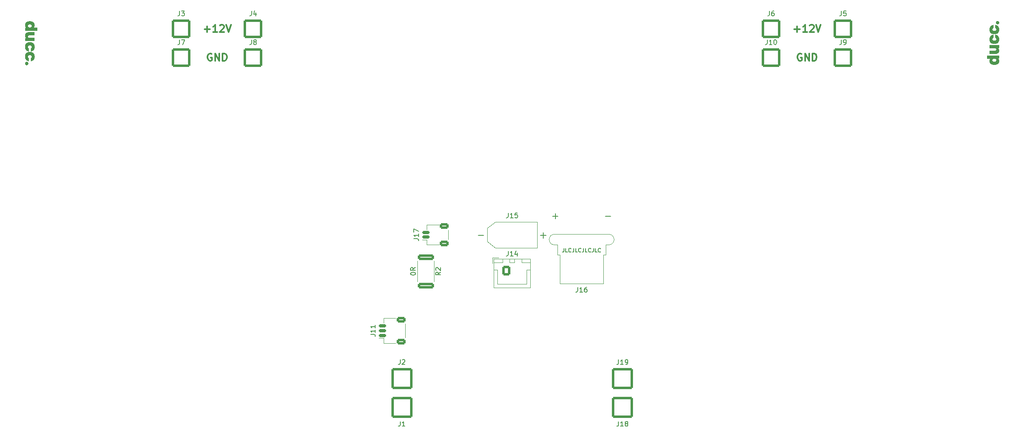
<source format=gto>
G04 #@! TF.GenerationSoftware,KiCad,Pcbnew,7.0.9*
G04 #@! TF.CreationDate,2024-02-22T22:19:44+08:00*
G04 #@! TF.ProjectId,layer2,6c617965-7232-42e6-9b69-6361645f7063,rev?*
G04 #@! TF.SameCoordinates,Original*
G04 #@! TF.FileFunction,Legend,Top*
G04 #@! TF.FilePolarity,Positive*
%FSLAX46Y46*%
G04 Gerber Fmt 4.6, Leading zero omitted, Abs format (unit mm)*
G04 Created by KiCad (PCBNEW 7.0.9) date 2024-02-22 22:19:44*
%MOMM*%
%LPD*%
G01*
G04 APERTURE LIST*
G04 Aperture macros list*
%AMRoundRect*
0 Rectangle with rounded corners*
0 $1 Rounding radius*
0 $2 $3 $4 $5 $6 $7 $8 $9 X,Y pos of 4 corners*
0 Add a 4 corners polygon primitive as box body*
4,1,4,$2,$3,$4,$5,$6,$7,$8,$9,$2,$3,0*
0 Add four circle primitives for the rounded corners*
1,1,$1+$1,$2,$3*
1,1,$1+$1,$4,$5*
1,1,$1+$1,$6,$7*
1,1,$1+$1,$8,$9*
0 Add four rect primitives between the rounded corners*
20,1,$1+$1,$2,$3,$4,$5,0*
20,1,$1+$1,$4,$5,$6,$7,0*
20,1,$1+$1,$6,$7,$8,$9,0*
20,1,$1+$1,$8,$9,$2,$3,0*%
G04 Aperture macros list end*
%ADD10C,0.250000*%
%ADD11C,0.300000*%
%ADD12C,0.150000*%
%ADD13C,0.120000*%
%ADD14RoundRect,0.250000X-0.600000X-0.750000X0.600000X-0.750000X0.600000X0.750000X-0.600000X0.750000X0*%
%ADD15O,1.700000X2.000000*%
%ADD16RoundRect,0.150000X0.625000X-0.150000X0.625000X0.150000X-0.625000X0.150000X-0.625000X-0.150000X0*%
%ADD17RoundRect,0.250000X0.650000X-0.350000X0.650000X0.350000X-0.650000X0.350000X-0.650000X-0.350000X0*%
%ADD18RoundRect,0.249999X-1.950001X-1.950001X1.950001X-1.950001X1.950001X1.950001X-1.950001X1.950001X0*%
%ADD19RoundRect,0.250002X-1.699998X-1.699998X1.699998X-1.699998X1.699998X1.699998X-1.699998X1.699998X0*%
%ADD20C,6.400000*%
%ADD21R,3.000000X3.000000*%
%ADD22C,3.000000*%
%ADD23RoundRect,0.250000X-1.425000X0.362500X-1.425000X-0.362500X1.425000X-0.362500X1.425000X0.362500X0*%
%ADD24C,4.400000*%
%ADD25C,1.400000*%
%ADD26R,3.500000X3.500000*%
%ADD27C,3.500000*%
G04 APERTURE END LIST*
D10*
G36*
X226537500Y-128180651D02*
G01*
X226367587Y-128231388D01*
X226387672Y-128248090D01*
X226412020Y-128270887D01*
X226434689Y-128294839D01*
X226455678Y-128319946D01*
X226474989Y-128346207D01*
X226492620Y-128373622D01*
X226508572Y-128402192D01*
X226522845Y-128431916D01*
X226535439Y-128462794D01*
X226546353Y-128494827D01*
X226555589Y-128528015D01*
X226563145Y-128562357D01*
X226569022Y-128597853D01*
X226573220Y-128634504D01*
X226575739Y-128672309D01*
X226576578Y-128711269D01*
X226575555Y-128759261D01*
X226572485Y-128805999D01*
X226567369Y-128851482D01*
X226560206Y-128895710D01*
X226550997Y-128938684D01*
X226539742Y-128980403D01*
X226526439Y-129020868D01*
X226511091Y-129060078D01*
X226493696Y-129098033D01*
X226474254Y-129134734D01*
X226452766Y-129170180D01*
X226429231Y-129204372D01*
X226403650Y-129237309D01*
X226376023Y-129268991D01*
X226346348Y-129299419D01*
X226314628Y-129328592D01*
X226280913Y-129356246D01*
X226245410Y-129382116D01*
X226208118Y-129406202D01*
X226169036Y-129428503D01*
X226128166Y-129449020D01*
X226085507Y-129467754D01*
X226041059Y-129484703D01*
X225994822Y-129499868D01*
X225971033Y-129506781D01*
X225946797Y-129513249D01*
X225922113Y-129519270D01*
X225896982Y-129524845D01*
X225871404Y-129529975D01*
X225845379Y-129534658D01*
X225818906Y-129538895D01*
X225791986Y-129542687D01*
X225764619Y-129546032D01*
X225736805Y-129548931D01*
X225708544Y-129551384D01*
X225679835Y-129553391D01*
X225650679Y-129554952D01*
X225621076Y-129556067D01*
X225591026Y-129556736D01*
X225560528Y-129556959D01*
X225530031Y-129556736D01*
X225499983Y-129556067D01*
X225470382Y-129554952D01*
X225441231Y-129553391D01*
X225412527Y-129551384D01*
X225384273Y-129548931D01*
X225356466Y-129546032D01*
X225329108Y-129542687D01*
X225302198Y-129538895D01*
X225275737Y-129534658D01*
X225249724Y-129529975D01*
X225224160Y-129524845D01*
X225199044Y-129519270D01*
X225174376Y-129513249D01*
X225150157Y-129506781D01*
X225126386Y-129499868D01*
X225103064Y-129492508D01*
X225057765Y-129476451D01*
X225014259Y-129458610D01*
X224972547Y-129438985D01*
X224932628Y-129417575D01*
X224894504Y-129394382D01*
X224858173Y-129369404D01*
X224823635Y-129342642D01*
X224807039Y-129328592D01*
X224775244Y-129299419D01*
X224745501Y-129268991D01*
X224717809Y-129237309D01*
X224692168Y-129204372D01*
X224668579Y-129170180D01*
X224647041Y-129134734D01*
X224627554Y-129098033D01*
X224610118Y-129060078D01*
X224594734Y-129020868D01*
X224581401Y-128980403D01*
X224570119Y-128938684D01*
X224560888Y-128895710D01*
X224553709Y-128851482D01*
X224548580Y-128805999D01*
X224545503Y-128759261D01*
X224544478Y-128711269D01*
X224544956Y-128685496D01*
X224546388Y-128659928D01*
X224548777Y-128634563D01*
X224552120Y-128609402D01*
X224556419Y-128584445D01*
X224559439Y-128570218D01*
X225169740Y-128570218D01*
X225170620Y-128596401D01*
X225173260Y-128621595D01*
X225177661Y-128645802D01*
X225186266Y-128676543D01*
X225198002Y-128705527D01*
X225212866Y-128732757D01*
X225230860Y-128758230D01*
X225251983Y-128781949D01*
X225269879Y-128798585D01*
X225289346Y-128813972D01*
X225310422Y-128827844D01*
X225333109Y-128840204D01*
X225357406Y-128851050D01*
X225383313Y-128860383D01*
X225410829Y-128868202D01*
X225439956Y-128874508D01*
X225470693Y-128879300D01*
X225503039Y-128882579D01*
X225536996Y-128884345D01*
X225560528Y-128884681D01*
X225595563Y-128883924D01*
X225629000Y-128881654D01*
X225660836Y-128877871D01*
X225691074Y-128872574D01*
X225719712Y-128865764D01*
X225746751Y-128857440D01*
X225772191Y-128847603D01*
X225796032Y-128836252D01*
X225818273Y-128823388D01*
X225838915Y-128809011D01*
X225851788Y-128798585D01*
X225875115Y-128776184D01*
X225895332Y-128752027D01*
X225912438Y-128726114D01*
X225926434Y-128698446D01*
X225937320Y-128669022D01*
X225945096Y-128637843D01*
X225948887Y-128613307D01*
X225950928Y-128587783D01*
X225951317Y-128570218D01*
X225950442Y-128544145D01*
X225947818Y-128519049D01*
X225943444Y-128494929D01*
X225934891Y-128464289D01*
X225923227Y-128435386D01*
X225908453Y-128408218D01*
X225890569Y-128382788D01*
X225869575Y-128359093D01*
X225851788Y-128342462D01*
X225832212Y-128326967D01*
X225811037Y-128312995D01*
X225788263Y-128300548D01*
X225763889Y-128289625D01*
X225737916Y-128280226D01*
X225710344Y-128272352D01*
X225681173Y-128266001D01*
X225650402Y-128261175D01*
X225618032Y-128257873D01*
X225584063Y-128256094D01*
X225560528Y-128255756D01*
X225525498Y-128256518D01*
X225492078Y-128258804D01*
X225460268Y-128262614D01*
X225430068Y-128267949D01*
X225401478Y-128274807D01*
X225374498Y-128283190D01*
X225349128Y-128293097D01*
X225325368Y-128304528D01*
X225303218Y-128317483D01*
X225282678Y-128331962D01*
X225269879Y-128342462D01*
X225251983Y-128359093D01*
X225230860Y-128382788D01*
X225212866Y-128408218D01*
X225198002Y-128435386D01*
X225186266Y-128464289D01*
X225177661Y-128494929D01*
X225173260Y-128519049D01*
X225170620Y-128544145D01*
X225169740Y-128570218D01*
X224559439Y-128570218D01*
X224561673Y-128559693D01*
X224567882Y-128535144D01*
X224575046Y-128510799D01*
X224583166Y-128486658D01*
X224592241Y-128462721D01*
X224598822Y-128446876D01*
X224609280Y-128423524D01*
X224620274Y-128401095D01*
X224635768Y-128372625D01*
X224652217Y-128345796D01*
X224669619Y-128320609D01*
X224687975Y-128297062D01*
X224707286Y-128275157D01*
X224727550Y-128254892D01*
X224728584Y-128253953D01*
X224036453Y-128255756D01*
X224036453Y-127583477D01*
X226537500Y-127583477D01*
X226537500Y-128180651D01*
G37*
G36*
X226576578Y-126576586D02*
G01*
X226575886Y-126608296D01*
X226573809Y-126639770D01*
X226570348Y-126671007D01*
X226565502Y-126702009D01*
X226559271Y-126732774D01*
X226551656Y-126763303D01*
X226542656Y-126793596D01*
X226532271Y-126823653D01*
X226520502Y-126853474D01*
X226507348Y-126883058D01*
X226497810Y-126902650D01*
X226482177Y-126931383D01*
X226464816Y-126959194D01*
X226445727Y-126986080D01*
X226424909Y-127012044D01*
X226402364Y-127037085D01*
X226378090Y-127061203D01*
X226352089Y-127084398D01*
X226324359Y-127106669D01*
X226294902Y-127128018D01*
X226274303Y-127141738D01*
X226252937Y-127155047D01*
X226241966Y-127161548D01*
X226219461Y-127173970D01*
X226196218Y-127185590D01*
X226172235Y-127196410D01*
X226147512Y-127206427D01*
X226122051Y-127215644D01*
X226095849Y-127224059D01*
X226068909Y-127231672D01*
X226041229Y-127238484D01*
X226012809Y-127244495D01*
X225983650Y-127249704D01*
X225953752Y-127254112D01*
X225923114Y-127257718D01*
X225891737Y-127260523D01*
X225859621Y-127262527D01*
X225826765Y-127263729D01*
X225793169Y-127264130D01*
X224583557Y-127264130D01*
X224583557Y-126591851D01*
X225672880Y-126591851D01*
X225697733Y-126591250D01*
X225729117Y-126588579D01*
X225758498Y-126583770D01*
X225785875Y-126576825D01*
X225811249Y-126567742D01*
X225834619Y-126556522D01*
X225855985Y-126543165D01*
X225875348Y-126527671D01*
X225879876Y-126523463D01*
X225896620Y-126505594D01*
X225914410Y-126481083D01*
X225928712Y-126454157D01*
X225937642Y-126430878D01*
X225944340Y-126406053D01*
X225948805Y-126379682D01*
X225951038Y-126351766D01*
X225951317Y-126337228D01*
X225950200Y-126308568D01*
X225946852Y-126281510D01*
X225941270Y-126256056D01*
X225933456Y-126232204D01*
X225920550Y-126204643D01*
X225904154Y-126179587D01*
X225884271Y-126157035D01*
X225879876Y-126152825D01*
X225861014Y-126137083D01*
X225840148Y-126123439D01*
X225817279Y-126111895D01*
X225792406Y-126102450D01*
X225765530Y-126095103D01*
X225736650Y-126089856D01*
X225705767Y-126086707D01*
X225681289Y-126085724D01*
X225672880Y-126085658D01*
X224583557Y-126085658D01*
X224583557Y-125413990D01*
X226537500Y-125413990D01*
X226537500Y-126010553D01*
X226361645Y-126063676D01*
X226361645Y-126057570D01*
X226387672Y-126083139D01*
X226412020Y-126109624D01*
X226434689Y-126137025D01*
X226455678Y-126165342D01*
X226474989Y-126194575D01*
X226492620Y-126224724D01*
X226508572Y-126255788D01*
X226522845Y-126287769D01*
X226535439Y-126320665D01*
X226546353Y-126354478D01*
X226555589Y-126389206D01*
X226563145Y-126424850D01*
X226569022Y-126461410D01*
X226573220Y-126498886D01*
X226575739Y-126537278D01*
X226576578Y-126576586D01*
G37*
G36*
X226576578Y-124195829D02*
G01*
X226576321Y-124225194D01*
X226575548Y-124254137D01*
X226574260Y-124282658D01*
X226572457Y-124310757D01*
X226570138Y-124338433D01*
X226567305Y-124365687D01*
X226563956Y-124392520D01*
X226560092Y-124418930D01*
X226555713Y-124444917D01*
X226550818Y-124470483D01*
X226545409Y-124495626D01*
X226539484Y-124520348D01*
X226533044Y-124544647D01*
X226526089Y-124568524D01*
X226518618Y-124591978D01*
X226502132Y-124637621D01*
X226483585Y-124681575D01*
X226462977Y-124723841D01*
X226440308Y-124764417D01*
X226415578Y-124803306D01*
X226388788Y-124840505D01*
X226359937Y-124876015D01*
X226329025Y-124909837D01*
X226312796Y-124926115D01*
X226278946Y-124957170D01*
X226243340Y-124986222D01*
X226205978Y-125013270D01*
X226166861Y-125038314D01*
X226125988Y-125061355D01*
X226083360Y-125082392D01*
X226038977Y-125101426D01*
X226016127Y-125110192D01*
X225992838Y-125118456D01*
X225969110Y-125126220D01*
X225944943Y-125133483D01*
X225920338Y-125140245D01*
X225895293Y-125146506D01*
X225869810Y-125152266D01*
X225843888Y-125157526D01*
X225817527Y-125162284D01*
X225790727Y-125166542D01*
X225763488Y-125170298D01*
X225735811Y-125173554D01*
X225707694Y-125176309D01*
X225679139Y-125178563D01*
X225650144Y-125180316D01*
X225620711Y-125181568D01*
X225590839Y-125182320D01*
X225560528Y-125182570D01*
X225530217Y-125182320D01*
X225500345Y-125181568D01*
X225470912Y-125180316D01*
X225441918Y-125178563D01*
X225413362Y-125176309D01*
X225385246Y-125173554D01*
X225357568Y-125170298D01*
X225330329Y-125166542D01*
X225303529Y-125162284D01*
X225277168Y-125157526D01*
X225251246Y-125152266D01*
X225225763Y-125146506D01*
X225200718Y-125140245D01*
X225176113Y-125133483D01*
X225151946Y-125126220D01*
X225128218Y-125118456D01*
X225104929Y-125110192D01*
X225082079Y-125101426D01*
X225037696Y-125082392D01*
X224995068Y-125061355D01*
X224954195Y-125038314D01*
X224915078Y-125013270D01*
X224877717Y-124986222D01*
X224842111Y-124957170D01*
X224808260Y-124926115D01*
X224776318Y-124893138D01*
X224746436Y-124858471D01*
X224718615Y-124822116D01*
X224692855Y-124784073D01*
X224669156Y-124744340D01*
X224647518Y-124702919D01*
X224627940Y-124659809D01*
X224610423Y-124615011D01*
X224594967Y-124568524D01*
X224588012Y-124544647D01*
X224581572Y-124520348D01*
X224575647Y-124495626D01*
X224570238Y-124470483D01*
X224565343Y-124444917D01*
X224560964Y-124418930D01*
X224557100Y-124392520D01*
X224553751Y-124365687D01*
X224550918Y-124338433D01*
X224548599Y-124310757D01*
X224546796Y-124282658D01*
X224545508Y-124254137D01*
X224544735Y-124225194D01*
X224544478Y-124195829D01*
X224544943Y-124158577D01*
X224546338Y-124122079D01*
X224548664Y-124086335D01*
X224551920Y-124051344D01*
X224556106Y-124017107D01*
X224561222Y-123983624D01*
X224567268Y-123950894D01*
X224574245Y-123918919D01*
X224582152Y-123887697D01*
X224590989Y-123857228D01*
X224600756Y-123827514D01*
X224611454Y-123798553D01*
X224623082Y-123770346D01*
X224635640Y-123742892D01*
X224649128Y-123716192D01*
X224663546Y-123690246D01*
X224678671Y-123665061D01*
X224694277Y-123640644D01*
X224710365Y-123616995D01*
X224726935Y-123594114D01*
X224743987Y-123572001D01*
X224761520Y-123550656D01*
X224779535Y-123530079D01*
X224798032Y-123510270D01*
X224817011Y-123491229D01*
X224836472Y-123472956D01*
X224856415Y-123455451D01*
X224876839Y-123438714D01*
X224897745Y-123422746D01*
X224919133Y-123407545D01*
X224941003Y-123393112D01*
X224963354Y-123379447D01*
X224986104Y-123366458D01*
X225009169Y-123354050D01*
X225032549Y-123342224D01*
X225056243Y-123330980D01*
X225080252Y-123320319D01*
X225104576Y-123310239D01*
X225129215Y-123300741D01*
X225154169Y-123291825D01*
X225179438Y-123283491D01*
X225205021Y-123275739D01*
X225230920Y-123268570D01*
X225257133Y-123261982D01*
X225283661Y-123255976D01*
X225310504Y-123250552D01*
X225337661Y-123245710D01*
X225365134Y-123241450D01*
X225365134Y-123910065D01*
X225340233Y-123921733D01*
X225317125Y-123934146D01*
X225295811Y-123947302D01*
X225271691Y-123964795D01*
X225250373Y-123983450D01*
X225231858Y-124003268D01*
X225216146Y-124024248D01*
X225202777Y-124047063D01*
X225191674Y-124072381D01*
X225182837Y-124100205D01*
X225177398Y-124124266D01*
X225173410Y-124149931D01*
X225170873Y-124177198D01*
X225169785Y-124206069D01*
X225169740Y-124213537D01*
X225171304Y-124244907D01*
X225175998Y-124274903D01*
X225183822Y-124303525D01*
X225194774Y-124330773D01*
X225208857Y-124356648D01*
X225226068Y-124381148D01*
X225246409Y-124404275D01*
X225269879Y-124426028D01*
X225289346Y-124441087D01*
X225310422Y-124454664D01*
X225333109Y-124466761D01*
X225357406Y-124477376D01*
X225383313Y-124486510D01*
X225410829Y-124494163D01*
X225439956Y-124500335D01*
X225470693Y-124505025D01*
X225503039Y-124508234D01*
X225536996Y-124509962D01*
X225560528Y-124510292D01*
X225595563Y-124509551D01*
X225629000Y-124507329D01*
X225660836Y-124503626D01*
X225691074Y-124498442D01*
X225719712Y-124491777D01*
X225746751Y-124483630D01*
X225772191Y-124474002D01*
X225796032Y-124462893D01*
X225818273Y-124450303D01*
X225838915Y-124436232D01*
X225851788Y-124426028D01*
X225875115Y-124404275D01*
X225895332Y-124381148D01*
X225912438Y-124356648D01*
X225926434Y-124330773D01*
X225937320Y-124303525D01*
X225945096Y-124274903D01*
X225949762Y-124244907D01*
X225951317Y-124213537D01*
X225950601Y-124184266D01*
X225948454Y-124156597D01*
X225944877Y-124130532D01*
X225939868Y-124106070D01*
X225931594Y-124077746D01*
X225921084Y-124051926D01*
X225908339Y-124028611D01*
X225905521Y-124024248D01*
X225889633Y-124003268D01*
X225870972Y-123983450D01*
X225849538Y-123964795D01*
X225825331Y-123947302D01*
X225803970Y-123934146D01*
X225780833Y-123921733D01*
X225755922Y-123910065D01*
X225755922Y-123241450D01*
X225783395Y-123245710D01*
X225810553Y-123250552D01*
X225837396Y-123255976D01*
X225863924Y-123261982D01*
X225890137Y-123268570D01*
X225916035Y-123275739D01*
X225941619Y-123283491D01*
X225966887Y-123291825D01*
X225991841Y-123300741D01*
X226016480Y-123310239D01*
X226040804Y-123320319D01*
X226064813Y-123330980D01*
X226088508Y-123342224D01*
X226111887Y-123354050D01*
X226134952Y-123366458D01*
X226157702Y-123379447D01*
X226180053Y-123393112D01*
X226201923Y-123407545D01*
X226223311Y-123422746D01*
X226244217Y-123438714D01*
X226264642Y-123455451D01*
X226284584Y-123472956D01*
X226304045Y-123491229D01*
X226323024Y-123510270D01*
X226341521Y-123530079D01*
X226359536Y-123550656D01*
X226377070Y-123572001D01*
X226394121Y-123594114D01*
X226410691Y-123616995D01*
X226426779Y-123640644D01*
X226442386Y-123665061D01*
X226457510Y-123690246D01*
X226471928Y-123716192D01*
X226485417Y-123742892D01*
X226497975Y-123770346D01*
X226509602Y-123798553D01*
X226520300Y-123827514D01*
X226530067Y-123857228D01*
X226538904Y-123887697D01*
X226546811Y-123918919D01*
X226553788Y-123950894D01*
X226559834Y-123983624D01*
X226564951Y-124017107D01*
X226569137Y-124051344D01*
X226572392Y-124086335D01*
X226574718Y-124122079D01*
X226576113Y-124158577D01*
X226576578Y-124195829D01*
G37*
G36*
X226576578Y-122166171D02*
G01*
X226576321Y-122195536D01*
X226575548Y-122224479D01*
X226574260Y-122253000D01*
X226572457Y-122281099D01*
X226570138Y-122308775D01*
X226567305Y-122336029D01*
X226563956Y-122362862D01*
X226560092Y-122389271D01*
X226555713Y-122415259D01*
X226550818Y-122440825D01*
X226545409Y-122465968D01*
X226539484Y-122490690D01*
X226533044Y-122514989D01*
X226526089Y-122538865D01*
X226518618Y-122562320D01*
X226502132Y-122607963D01*
X226483585Y-122651917D01*
X226462977Y-122694183D01*
X226440308Y-122734759D01*
X226415578Y-122773647D01*
X226388788Y-122810847D01*
X226359937Y-122846357D01*
X226329025Y-122880179D01*
X226312796Y-122896457D01*
X226278946Y-122927512D01*
X226243340Y-122956564D01*
X226205978Y-122983612D01*
X226166861Y-123008656D01*
X226125988Y-123031697D01*
X226083360Y-123052734D01*
X226038977Y-123071768D01*
X226016127Y-123080534D01*
X225992838Y-123088798D01*
X225969110Y-123096562D01*
X225944943Y-123103825D01*
X225920338Y-123110587D01*
X225895293Y-123116848D01*
X225869810Y-123122608D01*
X225843888Y-123127868D01*
X225817527Y-123132626D01*
X225790727Y-123136884D01*
X225763488Y-123140640D01*
X225735811Y-123143896D01*
X225707694Y-123146651D01*
X225679139Y-123148905D01*
X225650144Y-123150658D01*
X225620711Y-123151910D01*
X225590839Y-123152662D01*
X225560528Y-123152912D01*
X225530217Y-123152662D01*
X225500345Y-123151910D01*
X225470912Y-123150658D01*
X225441918Y-123148905D01*
X225413362Y-123146651D01*
X225385246Y-123143896D01*
X225357568Y-123140640D01*
X225330329Y-123136884D01*
X225303529Y-123132626D01*
X225277168Y-123127868D01*
X225251246Y-123122608D01*
X225225763Y-123116848D01*
X225200718Y-123110587D01*
X225176113Y-123103825D01*
X225151946Y-123096562D01*
X225128218Y-123088798D01*
X225104929Y-123080534D01*
X225082079Y-123071768D01*
X225037696Y-123052734D01*
X224995068Y-123031697D01*
X224954195Y-123008656D01*
X224915078Y-122983612D01*
X224877717Y-122956564D01*
X224842111Y-122927512D01*
X224808260Y-122896457D01*
X224776318Y-122863479D01*
X224746436Y-122828813D01*
X224718615Y-122792458D01*
X224692855Y-122754415D01*
X224669156Y-122714682D01*
X224647518Y-122673261D01*
X224627940Y-122630151D01*
X224610423Y-122585353D01*
X224594967Y-122538865D01*
X224588012Y-122514989D01*
X224581572Y-122490690D01*
X224575647Y-122465968D01*
X224570238Y-122440825D01*
X224565343Y-122415259D01*
X224560964Y-122389271D01*
X224557100Y-122362862D01*
X224553751Y-122336029D01*
X224550918Y-122308775D01*
X224548599Y-122281099D01*
X224546796Y-122253000D01*
X224545508Y-122224479D01*
X224544735Y-122195536D01*
X224544478Y-122166171D01*
X224544943Y-122128919D01*
X224546338Y-122092421D01*
X224548664Y-122056677D01*
X224551920Y-122021686D01*
X224556106Y-121987449D01*
X224561222Y-121953966D01*
X224567268Y-121921236D01*
X224574245Y-121889261D01*
X224582152Y-121858039D01*
X224590989Y-121827570D01*
X224600756Y-121797856D01*
X224611454Y-121768895D01*
X224623082Y-121740687D01*
X224635640Y-121713234D01*
X224649128Y-121686534D01*
X224663546Y-121660588D01*
X224678671Y-121635403D01*
X224694277Y-121610986D01*
X224710365Y-121587337D01*
X224726935Y-121564456D01*
X224743987Y-121542343D01*
X224761520Y-121520998D01*
X224779535Y-121500421D01*
X224798032Y-121480612D01*
X224817011Y-121461571D01*
X224836472Y-121443298D01*
X224856415Y-121425793D01*
X224876839Y-121409056D01*
X224897745Y-121393087D01*
X224919133Y-121377887D01*
X224941003Y-121363454D01*
X224963354Y-121349789D01*
X224986104Y-121336799D01*
X225009169Y-121324392D01*
X225032549Y-121312566D01*
X225056243Y-121301322D01*
X225080252Y-121290660D01*
X225104576Y-121280581D01*
X225129215Y-121271083D01*
X225154169Y-121262167D01*
X225179438Y-121253833D01*
X225205021Y-121246081D01*
X225230920Y-121238912D01*
X225257133Y-121232324D01*
X225283661Y-121226318D01*
X225310504Y-121220894D01*
X225337661Y-121216052D01*
X225365134Y-121211792D01*
X225365134Y-121880407D01*
X225340233Y-121892075D01*
X225317125Y-121904488D01*
X225295811Y-121917644D01*
X225271691Y-121935137D01*
X225250373Y-121953792D01*
X225231858Y-121973610D01*
X225216146Y-121994590D01*
X225202777Y-122017405D01*
X225191674Y-122042723D01*
X225182837Y-122070546D01*
X225177398Y-122094608D01*
X225173410Y-122120273D01*
X225170873Y-122147540D01*
X225169785Y-122176411D01*
X225169740Y-122183879D01*
X225171304Y-122215248D01*
X225175998Y-122245245D01*
X225183822Y-122273867D01*
X225194774Y-122301115D01*
X225208857Y-122326990D01*
X225226068Y-122351490D01*
X225246409Y-122374617D01*
X225269879Y-122396370D01*
X225289346Y-122411429D01*
X225310422Y-122425006D01*
X225333109Y-122437103D01*
X225357406Y-122447718D01*
X225383313Y-122456852D01*
X225410829Y-122464505D01*
X225439956Y-122470677D01*
X225470693Y-122475367D01*
X225503039Y-122478576D01*
X225536996Y-122480304D01*
X225560528Y-122480634D01*
X225595563Y-122479893D01*
X225629000Y-122477671D01*
X225660836Y-122473968D01*
X225691074Y-122468784D01*
X225719712Y-122462119D01*
X225746751Y-122453972D01*
X225772191Y-122444344D01*
X225796032Y-122433235D01*
X225818273Y-122420645D01*
X225838915Y-122406574D01*
X225851788Y-122396370D01*
X225875115Y-122374617D01*
X225895332Y-122351490D01*
X225912438Y-122326990D01*
X225926434Y-122301115D01*
X225937320Y-122273867D01*
X225945096Y-122245245D01*
X225949762Y-122215248D01*
X225951317Y-122183879D01*
X225950601Y-122154608D01*
X225948454Y-122126939D01*
X225944877Y-122100874D01*
X225939868Y-122076412D01*
X225931594Y-122048088D01*
X225921084Y-122022268D01*
X225908339Y-121998953D01*
X225905521Y-121994590D01*
X225889633Y-121973610D01*
X225870972Y-121953792D01*
X225849538Y-121935137D01*
X225825331Y-121917644D01*
X225803970Y-121904488D01*
X225780833Y-121892075D01*
X225755922Y-121880407D01*
X225755922Y-121211792D01*
X225783395Y-121216052D01*
X225810553Y-121220894D01*
X225837396Y-121226318D01*
X225863924Y-121232324D01*
X225890137Y-121238912D01*
X225916035Y-121246081D01*
X225941619Y-121253833D01*
X225966887Y-121262167D01*
X225991841Y-121271083D01*
X226016480Y-121280581D01*
X226040804Y-121290660D01*
X226064813Y-121301322D01*
X226088508Y-121312566D01*
X226111887Y-121324392D01*
X226134952Y-121336799D01*
X226157702Y-121349789D01*
X226180053Y-121363454D01*
X226201923Y-121377887D01*
X226223311Y-121393087D01*
X226244217Y-121409056D01*
X226264642Y-121425793D01*
X226284584Y-121443298D01*
X226304045Y-121461571D01*
X226323024Y-121480612D01*
X226341521Y-121500421D01*
X226359536Y-121520998D01*
X226377070Y-121542343D01*
X226394121Y-121564456D01*
X226410691Y-121587337D01*
X226426779Y-121610986D01*
X226442386Y-121635403D01*
X226457510Y-121660588D01*
X226471928Y-121686534D01*
X226485417Y-121713234D01*
X226497975Y-121740687D01*
X226509602Y-121768895D01*
X226520300Y-121797856D01*
X226530067Y-121827570D01*
X226538904Y-121858039D01*
X226546811Y-121889261D01*
X226553788Y-121921236D01*
X226559834Y-121953966D01*
X226564951Y-121987449D01*
X226569137Y-122021686D01*
X226572392Y-122056677D01*
X226574718Y-122092421D01*
X226576113Y-122128919D01*
X226576578Y-122166171D01*
G37*
G36*
X226576578Y-120736129D02*
G01*
X226575704Y-120761741D01*
X226573079Y-120786826D01*
X226568705Y-120811386D01*
X226562582Y-120835419D01*
X226554709Y-120858927D01*
X226545087Y-120881909D01*
X226533715Y-120904365D01*
X226520593Y-120926295D01*
X226505722Y-120947699D01*
X226489102Y-120968577D01*
X226477049Y-120982204D01*
X226457817Y-121001409D01*
X226437672Y-121018726D01*
X226416615Y-121034153D01*
X226394646Y-121047691D01*
X226371764Y-121059341D01*
X226347970Y-121069101D01*
X226323264Y-121076972D01*
X226297645Y-121082954D01*
X226271114Y-121087047D01*
X226243671Y-121089251D01*
X226224869Y-121089671D01*
X226196822Y-121088726D01*
X226169699Y-121085892D01*
X226143499Y-121081170D01*
X226118222Y-121074558D01*
X226093868Y-121066057D01*
X226070438Y-121055667D01*
X226047930Y-121043388D01*
X226026345Y-121029220D01*
X226005683Y-121013163D01*
X225985945Y-120995217D01*
X225973299Y-120982204D01*
X225955402Y-120961676D01*
X225939267Y-120940623D01*
X225924891Y-120919043D01*
X225912276Y-120896938D01*
X225901421Y-120874307D01*
X225892326Y-120851150D01*
X225884992Y-120827467D01*
X225879418Y-120803258D01*
X225875604Y-120778523D01*
X225873550Y-120753262D01*
X225873159Y-120736129D01*
X225874039Y-120710523D01*
X225876679Y-120685453D01*
X225881080Y-120660921D01*
X225887241Y-120636924D01*
X225895162Y-120613465D01*
X225904844Y-120590542D01*
X225916285Y-120568156D01*
X225929487Y-120546307D01*
X225944450Y-120524994D01*
X225961172Y-120504218D01*
X225973299Y-120490665D01*
X225992422Y-120471350D01*
X226012468Y-120453936D01*
X226033437Y-120438421D01*
X226055330Y-120424805D01*
X226078145Y-120413090D01*
X226101884Y-120403274D01*
X226126545Y-120395358D01*
X226152130Y-120389342D01*
X226178638Y-120385226D01*
X226206069Y-120383010D01*
X226224869Y-120382588D01*
X226252920Y-120383537D01*
X226280059Y-120386387D01*
X226306286Y-120391137D01*
X226331601Y-120397786D01*
X226356003Y-120406335D01*
X226379493Y-120416784D01*
X226402071Y-120429133D01*
X226423736Y-120443381D01*
X226444489Y-120459529D01*
X226464329Y-120477577D01*
X226477049Y-120490665D01*
X226494836Y-120511083D01*
X226510874Y-120532038D01*
X226525162Y-120553530D01*
X226537700Y-120575558D01*
X226548489Y-120598123D01*
X226557528Y-120621225D01*
X226564818Y-120644864D01*
X226570358Y-120669039D01*
X226574148Y-120693750D01*
X226576190Y-120718999D01*
X226576578Y-120736129D01*
G37*
G36*
X24469968Y-120443263D02*
G01*
X24500016Y-120443932D01*
X24529617Y-120445047D01*
X24558768Y-120446608D01*
X24587472Y-120448615D01*
X24615726Y-120451068D01*
X24643533Y-120453967D01*
X24670891Y-120457312D01*
X24697801Y-120461104D01*
X24724262Y-120465341D01*
X24750275Y-120470024D01*
X24775839Y-120475154D01*
X24800955Y-120480729D01*
X24825623Y-120486750D01*
X24849842Y-120493218D01*
X24873613Y-120500131D01*
X24896935Y-120507491D01*
X24942234Y-120523548D01*
X24985740Y-120541389D01*
X25027452Y-120561014D01*
X25067371Y-120582424D01*
X25105495Y-120605617D01*
X25141826Y-120630595D01*
X25176364Y-120657357D01*
X25192960Y-120671407D01*
X25224755Y-120700580D01*
X25254498Y-120731008D01*
X25282190Y-120762690D01*
X25307831Y-120795627D01*
X25331420Y-120829819D01*
X25352958Y-120865265D01*
X25372445Y-120901966D01*
X25389881Y-120939921D01*
X25405265Y-120979131D01*
X25418598Y-121019596D01*
X25429880Y-121061315D01*
X25439111Y-121104289D01*
X25446290Y-121148517D01*
X25451419Y-121194000D01*
X25454496Y-121240738D01*
X25455521Y-121288730D01*
X25455043Y-121314503D01*
X25453611Y-121340071D01*
X25451222Y-121365436D01*
X25447879Y-121390597D01*
X25443580Y-121415554D01*
X25438326Y-121440306D01*
X25432117Y-121464855D01*
X25424953Y-121489200D01*
X25416833Y-121513341D01*
X25407758Y-121537278D01*
X25401177Y-121553123D01*
X25390719Y-121576475D01*
X25379725Y-121598904D01*
X25364231Y-121627374D01*
X25347782Y-121654203D01*
X25330380Y-121679390D01*
X25312024Y-121702937D01*
X25292713Y-121724842D01*
X25272449Y-121745107D01*
X25271414Y-121746045D01*
X25963546Y-121744243D01*
X25963546Y-122416522D01*
X23462500Y-122416522D01*
X23462500Y-121819348D01*
X23632411Y-121768610D01*
X23612327Y-121751909D01*
X23587979Y-121729112D01*
X23565310Y-121705160D01*
X23544321Y-121680053D01*
X23525010Y-121653792D01*
X23507379Y-121626377D01*
X23491427Y-121597807D01*
X23477154Y-121568083D01*
X23464560Y-121537205D01*
X23453646Y-121505172D01*
X23444410Y-121471984D01*
X23436854Y-121437642D01*
X23435552Y-121429781D01*
X24048682Y-121429781D01*
X24049557Y-121455854D01*
X24052181Y-121480950D01*
X24056555Y-121505070D01*
X24065108Y-121535710D01*
X24076772Y-121564613D01*
X24091546Y-121591781D01*
X24109430Y-121617211D01*
X24130424Y-121640906D01*
X24148211Y-121657537D01*
X24167787Y-121673032D01*
X24188962Y-121687004D01*
X24211736Y-121699451D01*
X24236110Y-121710374D01*
X24262083Y-121719773D01*
X24289655Y-121727647D01*
X24318826Y-121733998D01*
X24349597Y-121738824D01*
X24381967Y-121742126D01*
X24415936Y-121743905D01*
X24439471Y-121744243D01*
X24474501Y-121743481D01*
X24507921Y-121741195D01*
X24539731Y-121737385D01*
X24569931Y-121732050D01*
X24598521Y-121725192D01*
X24625501Y-121716809D01*
X24650871Y-121706902D01*
X24674631Y-121695471D01*
X24696781Y-121682516D01*
X24717321Y-121668037D01*
X24730120Y-121657537D01*
X24748016Y-121640906D01*
X24769139Y-121617211D01*
X24787133Y-121591781D01*
X24801997Y-121564613D01*
X24813733Y-121535710D01*
X24822338Y-121505070D01*
X24826739Y-121480950D01*
X24829379Y-121455854D01*
X24830259Y-121429781D01*
X24829379Y-121403598D01*
X24826739Y-121378404D01*
X24822338Y-121354197D01*
X24813733Y-121323456D01*
X24801997Y-121294472D01*
X24787133Y-121267242D01*
X24769139Y-121241769D01*
X24748016Y-121218050D01*
X24730120Y-121201414D01*
X24710653Y-121186027D01*
X24689577Y-121172155D01*
X24666890Y-121159795D01*
X24642593Y-121148949D01*
X24616686Y-121139616D01*
X24589170Y-121131797D01*
X24560043Y-121125491D01*
X24529306Y-121120699D01*
X24496960Y-121117420D01*
X24463003Y-121115654D01*
X24439471Y-121115318D01*
X24404436Y-121116075D01*
X24370999Y-121118345D01*
X24339163Y-121122128D01*
X24308925Y-121127425D01*
X24280287Y-121134235D01*
X24253248Y-121142559D01*
X24227808Y-121152396D01*
X24203967Y-121163747D01*
X24181726Y-121176611D01*
X24161084Y-121190988D01*
X24148211Y-121201414D01*
X24124884Y-121223815D01*
X24104667Y-121247972D01*
X24087561Y-121273885D01*
X24073565Y-121301553D01*
X24062679Y-121330977D01*
X24054903Y-121362156D01*
X24051112Y-121386692D01*
X24049071Y-121412216D01*
X24048682Y-121429781D01*
X23435552Y-121429781D01*
X23430977Y-121402146D01*
X23426779Y-121365495D01*
X23424260Y-121327690D01*
X23423421Y-121288730D01*
X23424444Y-121240738D01*
X23427514Y-121194000D01*
X23432630Y-121148517D01*
X23439793Y-121104289D01*
X23449002Y-121061315D01*
X23460257Y-121019596D01*
X23473560Y-120979131D01*
X23488908Y-120939921D01*
X23506303Y-120901966D01*
X23525745Y-120865265D01*
X23547233Y-120829819D01*
X23570768Y-120795627D01*
X23596349Y-120762690D01*
X23623976Y-120731008D01*
X23653651Y-120700580D01*
X23685371Y-120671407D01*
X23719086Y-120643753D01*
X23754589Y-120617883D01*
X23791881Y-120593797D01*
X23830963Y-120571496D01*
X23871833Y-120550979D01*
X23914492Y-120532245D01*
X23958940Y-120515296D01*
X24005177Y-120500131D01*
X24028966Y-120493218D01*
X24053202Y-120486750D01*
X24077886Y-120480729D01*
X24103017Y-120475154D01*
X24128595Y-120470024D01*
X24154620Y-120465341D01*
X24181093Y-120461104D01*
X24208013Y-120457312D01*
X24235380Y-120453967D01*
X24263194Y-120451068D01*
X24291455Y-120448615D01*
X24320164Y-120446608D01*
X24349320Y-120445047D01*
X24378923Y-120443932D01*
X24408973Y-120443263D01*
X24439471Y-120443040D01*
X24469968Y-120443263D01*
G37*
G36*
X23423421Y-123423413D02*
G01*
X23424113Y-123391703D01*
X23426190Y-123360229D01*
X23429651Y-123328992D01*
X23434497Y-123297990D01*
X23440728Y-123267225D01*
X23448343Y-123236696D01*
X23457343Y-123206403D01*
X23467728Y-123176346D01*
X23479497Y-123146525D01*
X23492651Y-123116941D01*
X23502189Y-123097349D01*
X23517822Y-123068616D01*
X23535183Y-123040805D01*
X23554272Y-123013919D01*
X23575090Y-122987955D01*
X23597635Y-122962914D01*
X23621909Y-122938796D01*
X23647910Y-122915601D01*
X23675640Y-122893330D01*
X23705097Y-122871981D01*
X23725696Y-122858261D01*
X23747062Y-122844952D01*
X23758033Y-122838451D01*
X23780538Y-122826029D01*
X23803781Y-122814409D01*
X23827764Y-122803589D01*
X23852487Y-122793572D01*
X23877948Y-122784355D01*
X23904150Y-122775940D01*
X23931090Y-122768327D01*
X23958770Y-122761515D01*
X23987190Y-122755504D01*
X24016349Y-122750295D01*
X24046247Y-122745887D01*
X24076885Y-122742281D01*
X24108262Y-122739476D01*
X24140378Y-122737472D01*
X24173234Y-122736270D01*
X24206830Y-122735869D01*
X25416442Y-122735869D01*
X25416442Y-123408148D01*
X24327119Y-123408148D01*
X24302266Y-123408749D01*
X24270882Y-123411420D01*
X24241501Y-123416229D01*
X24214124Y-123423174D01*
X24188750Y-123432257D01*
X24165380Y-123443477D01*
X24144014Y-123456834D01*
X24124651Y-123472328D01*
X24120123Y-123476536D01*
X24103379Y-123494405D01*
X24085589Y-123518916D01*
X24071287Y-123545842D01*
X24062357Y-123569121D01*
X24055659Y-123593946D01*
X24051194Y-123620317D01*
X24048961Y-123648233D01*
X24048682Y-123662771D01*
X24049799Y-123691431D01*
X24053147Y-123718489D01*
X24058729Y-123743943D01*
X24066543Y-123767795D01*
X24079449Y-123795356D01*
X24095845Y-123820412D01*
X24115728Y-123842964D01*
X24120123Y-123847174D01*
X24138985Y-123862916D01*
X24159851Y-123876560D01*
X24182720Y-123888104D01*
X24207593Y-123897549D01*
X24234469Y-123904896D01*
X24263349Y-123910143D01*
X24294232Y-123913292D01*
X24318710Y-123914275D01*
X24327119Y-123914341D01*
X25416442Y-123914341D01*
X25416442Y-124586009D01*
X23462500Y-124586009D01*
X23462500Y-123989446D01*
X23638354Y-123936323D01*
X23638354Y-123942429D01*
X23612327Y-123916860D01*
X23587979Y-123890375D01*
X23565310Y-123862974D01*
X23544321Y-123834657D01*
X23525010Y-123805424D01*
X23507379Y-123775275D01*
X23491427Y-123744211D01*
X23477154Y-123712230D01*
X23464560Y-123679334D01*
X23453646Y-123645521D01*
X23444410Y-123610793D01*
X23436854Y-123575149D01*
X23430977Y-123538589D01*
X23426779Y-123501113D01*
X23424260Y-123462721D01*
X23423421Y-123423413D01*
G37*
G36*
X23423421Y-125804170D02*
G01*
X23423678Y-125774805D01*
X23424451Y-125745862D01*
X23425739Y-125717341D01*
X23427542Y-125689242D01*
X23429861Y-125661566D01*
X23432694Y-125634312D01*
X23436043Y-125607479D01*
X23439907Y-125581069D01*
X23444286Y-125555082D01*
X23449181Y-125529516D01*
X23454590Y-125504373D01*
X23460515Y-125479651D01*
X23466955Y-125455352D01*
X23473910Y-125431475D01*
X23481381Y-125408021D01*
X23497867Y-125362378D01*
X23516414Y-125318424D01*
X23537022Y-125276158D01*
X23559691Y-125235582D01*
X23584421Y-125196693D01*
X23611211Y-125159494D01*
X23640062Y-125123984D01*
X23670974Y-125090162D01*
X23687203Y-125073884D01*
X23721053Y-125042829D01*
X23756659Y-125013777D01*
X23794021Y-124986729D01*
X23833138Y-124961685D01*
X23874011Y-124938644D01*
X23916639Y-124917607D01*
X23961022Y-124898573D01*
X23983872Y-124889807D01*
X24007161Y-124881543D01*
X24030889Y-124873779D01*
X24055056Y-124866516D01*
X24079661Y-124859754D01*
X24104706Y-124853493D01*
X24130189Y-124847733D01*
X24156111Y-124842473D01*
X24182472Y-124837715D01*
X24209272Y-124833457D01*
X24236511Y-124829701D01*
X24264188Y-124826445D01*
X24292305Y-124823690D01*
X24320860Y-124821436D01*
X24349855Y-124819683D01*
X24379288Y-124818431D01*
X24409160Y-124817679D01*
X24439471Y-124817429D01*
X24469782Y-124817679D01*
X24499654Y-124818431D01*
X24529087Y-124819683D01*
X24558081Y-124821436D01*
X24586637Y-124823690D01*
X24614753Y-124826445D01*
X24642431Y-124829701D01*
X24669670Y-124833457D01*
X24696470Y-124837715D01*
X24722831Y-124842473D01*
X24748753Y-124847733D01*
X24774236Y-124853493D01*
X24799281Y-124859754D01*
X24823886Y-124866516D01*
X24848053Y-124873779D01*
X24871781Y-124881543D01*
X24895070Y-124889807D01*
X24917920Y-124898573D01*
X24962303Y-124917607D01*
X25004931Y-124938644D01*
X25045804Y-124961685D01*
X25084921Y-124986729D01*
X25122282Y-125013777D01*
X25157888Y-125042829D01*
X25191739Y-125073884D01*
X25223681Y-125106861D01*
X25253563Y-125141528D01*
X25281384Y-125177883D01*
X25307144Y-125215926D01*
X25330843Y-125255659D01*
X25352481Y-125297080D01*
X25372059Y-125340190D01*
X25389576Y-125384988D01*
X25405032Y-125431475D01*
X25411987Y-125455352D01*
X25418427Y-125479651D01*
X25424352Y-125504373D01*
X25429761Y-125529516D01*
X25434656Y-125555082D01*
X25439035Y-125581069D01*
X25442899Y-125607479D01*
X25446248Y-125634312D01*
X25449081Y-125661566D01*
X25451400Y-125689242D01*
X25453203Y-125717341D01*
X25454491Y-125745862D01*
X25455264Y-125774805D01*
X25455521Y-125804170D01*
X25455056Y-125841422D01*
X25453661Y-125877920D01*
X25451335Y-125913664D01*
X25448079Y-125948655D01*
X25443893Y-125982892D01*
X25438777Y-126016375D01*
X25432731Y-126049105D01*
X25425754Y-126081080D01*
X25417847Y-126112302D01*
X25409010Y-126142771D01*
X25399243Y-126172485D01*
X25388545Y-126201446D01*
X25376917Y-126229653D01*
X25364359Y-126257107D01*
X25350871Y-126283807D01*
X25336453Y-126309753D01*
X25321328Y-126334938D01*
X25305722Y-126359355D01*
X25289634Y-126383004D01*
X25273064Y-126405885D01*
X25256012Y-126427998D01*
X25238479Y-126449343D01*
X25220464Y-126469920D01*
X25201967Y-126489729D01*
X25182988Y-126508770D01*
X25163527Y-126527043D01*
X25143584Y-126544548D01*
X25123160Y-126561285D01*
X25102254Y-126577253D01*
X25080866Y-126592454D01*
X25058996Y-126606887D01*
X25036645Y-126620552D01*
X25013895Y-126633541D01*
X24990830Y-126645949D01*
X24967450Y-126657775D01*
X24943756Y-126669019D01*
X24919747Y-126679680D01*
X24895423Y-126689760D01*
X24870784Y-126699258D01*
X24845830Y-126708174D01*
X24820561Y-126716508D01*
X24794978Y-126724260D01*
X24769079Y-126731429D01*
X24742866Y-126738017D01*
X24716338Y-126744023D01*
X24689495Y-126749447D01*
X24662338Y-126754289D01*
X24634865Y-126758549D01*
X24634865Y-126089934D01*
X24659766Y-126078266D01*
X24682874Y-126065853D01*
X24704188Y-126052697D01*
X24728308Y-126035204D01*
X24749626Y-126016549D01*
X24768141Y-125996731D01*
X24783853Y-125975751D01*
X24797222Y-125952936D01*
X24808325Y-125927618D01*
X24817162Y-125899794D01*
X24822601Y-125875733D01*
X24826589Y-125850068D01*
X24829126Y-125822801D01*
X24830214Y-125793930D01*
X24830259Y-125786462D01*
X24828695Y-125755092D01*
X24824001Y-125725096D01*
X24816177Y-125696474D01*
X24805225Y-125669226D01*
X24791142Y-125643351D01*
X24773931Y-125618851D01*
X24753590Y-125595724D01*
X24730120Y-125573971D01*
X24710653Y-125558912D01*
X24689577Y-125545335D01*
X24666890Y-125533238D01*
X24642593Y-125522623D01*
X24616686Y-125513489D01*
X24589170Y-125505836D01*
X24560043Y-125499664D01*
X24529306Y-125494974D01*
X24496960Y-125491765D01*
X24463003Y-125490037D01*
X24439471Y-125489707D01*
X24404436Y-125490448D01*
X24370999Y-125492670D01*
X24339163Y-125496373D01*
X24308925Y-125501557D01*
X24280287Y-125508222D01*
X24253248Y-125516369D01*
X24227808Y-125525997D01*
X24203967Y-125537106D01*
X24181726Y-125549696D01*
X24161084Y-125563767D01*
X24148211Y-125573971D01*
X24124884Y-125595724D01*
X24104667Y-125618851D01*
X24087561Y-125643351D01*
X24073565Y-125669226D01*
X24062679Y-125696474D01*
X24054903Y-125725096D01*
X24050237Y-125755092D01*
X24048682Y-125786462D01*
X24049398Y-125815733D01*
X24051545Y-125843402D01*
X24055122Y-125869467D01*
X24060131Y-125893929D01*
X24068405Y-125922253D01*
X24078915Y-125948073D01*
X24091660Y-125971388D01*
X24094478Y-125975751D01*
X24110366Y-125996731D01*
X24129027Y-126016549D01*
X24150461Y-126035204D01*
X24174668Y-126052697D01*
X24196029Y-126065853D01*
X24219166Y-126078266D01*
X24244077Y-126089934D01*
X24244077Y-126758549D01*
X24216604Y-126754289D01*
X24189446Y-126749447D01*
X24162603Y-126744023D01*
X24136075Y-126738017D01*
X24109862Y-126731429D01*
X24083964Y-126724260D01*
X24058380Y-126716508D01*
X24033112Y-126708174D01*
X24008158Y-126699258D01*
X23983519Y-126689760D01*
X23959195Y-126679680D01*
X23935186Y-126669019D01*
X23911491Y-126657775D01*
X23888112Y-126645949D01*
X23865047Y-126633541D01*
X23842297Y-126620552D01*
X23819946Y-126606887D01*
X23798076Y-126592454D01*
X23776688Y-126577253D01*
X23755782Y-126561285D01*
X23735357Y-126544548D01*
X23715415Y-126527043D01*
X23695954Y-126508770D01*
X23676975Y-126489729D01*
X23658478Y-126469920D01*
X23640463Y-126449343D01*
X23622929Y-126427998D01*
X23605878Y-126405885D01*
X23589308Y-126383004D01*
X23573220Y-126359355D01*
X23557613Y-126334938D01*
X23542489Y-126309753D01*
X23528071Y-126283807D01*
X23514582Y-126257107D01*
X23502024Y-126229653D01*
X23490397Y-126201446D01*
X23479699Y-126172485D01*
X23469932Y-126142771D01*
X23461095Y-126112302D01*
X23453188Y-126081080D01*
X23446211Y-126049105D01*
X23440165Y-126016375D01*
X23435048Y-125982892D01*
X23430862Y-125948655D01*
X23427607Y-125913664D01*
X23425281Y-125877920D01*
X23423886Y-125841422D01*
X23423421Y-125804170D01*
G37*
G36*
X23423421Y-127833828D02*
G01*
X23423678Y-127804463D01*
X23424451Y-127775520D01*
X23425739Y-127746999D01*
X23427542Y-127718900D01*
X23429861Y-127691224D01*
X23432694Y-127663970D01*
X23436043Y-127637137D01*
X23439907Y-127610728D01*
X23444286Y-127584740D01*
X23449181Y-127559174D01*
X23454590Y-127534031D01*
X23460515Y-127509309D01*
X23466955Y-127485010D01*
X23473910Y-127461134D01*
X23481381Y-127437679D01*
X23497867Y-127392036D01*
X23516414Y-127348082D01*
X23537022Y-127305816D01*
X23559691Y-127265240D01*
X23584421Y-127226352D01*
X23611211Y-127189152D01*
X23640062Y-127153642D01*
X23670974Y-127119820D01*
X23687203Y-127103542D01*
X23721053Y-127072487D01*
X23756659Y-127043435D01*
X23794021Y-127016387D01*
X23833138Y-126991343D01*
X23874011Y-126968302D01*
X23916639Y-126947265D01*
X23961022Y-126928231D01*
X23983872Y-126919465D01*
X24007161Y-126911201D01*
X24030889Y-126903437D01*
X24055056Y-126896174D01*
X24079661Y-126889412D01*
X24104706Y-126883151D01*
X24130189Y-126877391D01*
X24156111Y-126872131D01*
X24182472Y-126867373D01*
X24209272Y-126863115D01*
X24236511Y-126859359D01*
X24264188Y-126856103D01*
X24292305Y-126853348D01*
X24320860Y-126851094D01*
X24349855Y-126849341D01*
X24379288Y-126848089D01*
X24409160Y-126847337D01*
X24439471Y-126847087D01*
X24469782Y-126847337D01*
X24499654Y-126848089D01*
X24529087Y-126849341D01*
X24558081Y-126851094D01*
X24586637Y-126853348D01*
X24614753Y-126856103D01*
X24642431Y-126859359D01*
X24669670Y-126863115D01*
X24696470Y-126867373D01*
X24722831Y-126872131D01*
X24748753Y-126877391D01*
X24774236Y-126883151D01*
X24799281Y-126889412D01*
X24823886Y-126896174D01*
X24848053Y-126903437D01*
X24871781Y-126911201D01*
X24895070Y-126919465D01*
X24917920Y-126928231D01*
X24962303Y-126947265D01*
X25004931Y-126968302D01*
X25045804Y-126991343D01*
X25084921Y-127016387D01*
X25122282Y-127043435D01*
X25157888Y-127072487D01*
X25191739Y-127103542D01*
X25223681Y-127136520D01*
X25253563Y-127171186D01*
X25281384Y-127207541D01*
X25307144Y-127245584D01*
X25330843Y-127285317D01*
X25352481Y-127326738D01*
X25372059Y-127369848D01*
X25389576Y-127414646D01*
X25405032Y-127461134D01*
X25411987Y-127485010D01*
X25418427Y-127509309D01*
X25424352Y-127534031D01*
X25429761Y-127559174D01*
X25434656Y-127584740D01*
X25439035Y-127610728D01*
X25442899Y-127637137D01*
X25446248Y-127663970D01*
X25449081Y-127691224D01*
X25451400Y-127718900D01*
X25453203Y-127746999D01*
X25454491Y-127775520D01*
X25455264Y-127804463D01*
X25455521Y-127833828D01*
X25455056Y-127871080D01*
X25453661Y-127907578D01*
X25451335Y-127943322D01*
X25448079Y-127978313D01*
X25443893Y-128012550D01*
X25438777Y-128046033D01*
X25432731Y-128078763D01*
X25425754Y-128110738D01*
X25417847Y-128141960D01*
X25409010Y-128172429D01*
X25399243Y-128202143D01*
X25388545Y-128231104D01*
X25376917Y-128259312D01*
X25364359Y-128286765D01*
X25350871Y-128313465D01*
X25336453Y-128339411D01*
X25321328Y-128364596D01*
X25305722Y-128389013D01*
X25289634Y-128412662D01*
X25273064Y-128435543D01*
X25256012Y-128457656D01*
X25238479Y-128479001D01*
X25220464Y-128499578D01*
X25201967Y-128519387D01*
X25182988Y-128538428D01*
X25163527Y-128556701D01*
X25143584Y-128574206D01*
X25123160Y-128590943D01*
X25102254Y-128606912D01*
X25080866Y-128622112D01*
X25058996Y-128636545D01*
X25036645Y-128650210D01*
X25013895Y-128663200D01*
X24990830Y-128675607D01*
X24967450Y-128687433D01*
X24943756Y-128698677D01*
X24919747Y-128709339D01*
X24895423Y-128719418D01*
X24870784Y-128728916D01*
X24845830Y-128737832D01*
X24820561Y-128746166D01*
X24794978Y-128753918D01*
X24769079Y-128761087D01*
X24742866Y-128767675D01*
X24716338Y-128773681D01*
X24689495Y-128779105D01*
X24662338Y-128783947D01*
X24634865Y-128788207D01*
X24634865Y-128119592D01*
X24659766Y-128107924D01*
X24682874Y-128095511D01*
X24704188Y-128082355D01*
X24728308Y-128064862D01*
X24749626Y-128046207D01*
X24768141Y-128026389D01*
X24783853Y-128005409D01*
X24797222Y-127982594D01*
X24808325Y-127957276D01*
X24817162Y-127929453D01*
X24822601Y-127905391D01*
X24826589Y-127879726D01*
X24829126Y-127852459D01*
X24830214Y-127823588D01*
X24830259Y-127816120D01*
X24828695Y-127784751D01*
X24824001Y-127754754D01*
X24816177Y-127726132D01*
X24805225Y-127698884D01*
X24791142Y-127673009D01*
X24773931Y-127648509D01*
X24753590Y-127625382D01*
X24730120Y-127603629D01*
X24710653Y-127588570D01*
X24689577Y-127574993D01*
X24666890Y-127562896D01*
X24642593Y-127552281D01*
X24616686Y-127543147D01*
X24589170Y-127535494D01*
X24560043Y-127529322D01*
X24529306Y-127524632D01*
X24496960Y-127521423D01*
X24463003Y-127519695D01*
X24439471Y-127519365D01*
X24404436Y-127520106D01*
X24370999Y-127522328D01*
X24339163Y-127526031D01*
X24308925Y-127531215D01*
X24280287Y-127537880D01*
X24253248Y-127546027D01*
X24227808Y-127555655D01*
X24203967Y-127566764D01*
X24181726Y-127579354D01*
X24161084Y-127593425D01*
X24148211Y-127603629D01*
X24124884Y-127625382D01*
X24104667Y-127648509D01*
X24087561Y-127673009D01*
X24073565Y-127698884D01*
X24062679Y-127726132D01*
X24054903Y-127754754D01*
X24050237Y-127784751D01*
X24048682Y-127816120D01*
X24049398Y-127845391D01*
X24051545Y-127873060D01*
X24055122Y-127899125D01*
X24060131Y-127923587D01*
X24068405Y-127951911D01*
X24078915Y-127977731D01*
X24091660Y-128001046D01*
X24094478Y-128005409D01*
X24110366Y-128026389D01*
X24129027Y-128046207D01*
X24150461Y-128064862D01*
X24174668Y-128082355D01*
X24196029Y-128095511D01*
X24219166Y-128107924D01*
X24244077Y-128119592D01*
X24244077Y-128788207D01*
X24216604Y-128783947D01*
X24189446Y-128779105D01*
X24162603Y-128773681D01*
X24136075Y-128767675D01*
X24109862Y-128761087D01*
X24083964Y-128753918D01*
X24058380Y-128746166D01*
X24033112Y-128737832D01*
X24008158Y-128728916D01*
X23983519Y-128719418D01*
X23959195Y-128709339D01*
X23935186Y-128698677D01*
X23911491Y-128687433D01*
X23888112Y-128675607D01*
X23865047Y-128663200D01*
X23842297Y-128650210D01*
X23819946Y-128636545D01*
X23798076Y-128622112D01*
X23776688Y-128606912D01*
X23755782Y-128590943D01*
X23735357Y-128574206D01*
X23715415Y-128556701D01*
X23695954Y-128538428D01*
X23676975Y-128519387D01*
X23658478Y-128499578D01*
X23640463Y-128479001D01*
X23622929Y-128457656D01*
X23605878Y-128435543D01*
X23589308Y-128412662D01*
X23573220Y-128389013D01*
X23557613Y-128364596D01*
X23542489Y-128339411D01*
X23528071Y-128313465D01*
X23514582Y-128286765D01*
X23502024Y-128259312D01*
X23490397Y-128231104D01*
X23479699Y-128202143D01*
X23469932Y-128172429D01*
X23461095Y-128141960D01*
X23453188Y-128110738D01*
X23446211Y-128078763D01*
X23440165Y-128046033D01*
X23435048Y-128012550D01*
X23430862Y-127978313D01*
X23427607Y-127943322D01*
X23425281Y-127907578D01*
X23423886Y-127871080D01*
X23423421Y-127833828D01*
G37*
G36*
X23423421Y-129263870D02*
G01*
X23424295Y-129238258D01*
X23426920Y-129213173D01*
X23431294Y-129188613D01*
X23437417Y-129164580D01*
X23445290Y-129141072D01*
X23454912Y-129118090D01*
X23466284Y-129095634D01*
X23479406Y-129073704D01*
X23494277Y-129052300D01*
X23510897Y-129031422D01*
X23522950Y-129017795D01*
X23542182Y-128998590D01*
X23562327Y-128981273D01*
X23583384Y-128965846D01*
X23605353Y-128952308D01*
X23628235Y-128940658D01*
X23652029Y-128930898D01*
X23676735Y-128923027D01*
X23702354Y-128917045D01*
X23728885Y-128912952D01*
X23756328Y-128910748D01*
X23775130Y-128910328D01*
X23803177Y-128911273D01*
X23830300Y-128914107D01*
X23856500Y-128918829D01*
X23881777Y-128925441D01*
X23906131Y-128933942D01*
X23929561Y-128944332D01*
X23952069Y-128956611D01*
X23973654Y-128970779D01*
X23994316Y-128986836D01*
X24014054Y-129004782D01*
X24026700Y-129017795D01*
X24044597Y-129038323D01*
X24060732Y-129059376D01*
X24075108Y-129080956D01*
X24087723Y-129103061D01*
X24098578Y-129125692D01*
X24107673Y-129148849D01*
X24115007Y-129172532D01*
X24120581Y-129196741D01*
X24124395Y-129221476D01*
X24126449Y-129246737D01*
X24126840Y-129263870D01*
X24125960Y-129289476D01*
X24123320Y-129314546D01*
X24118919Y-129339078D01*
X24112758Y-129363075D01*
X24104837Y-129386534D01*
X24095155Y-129409457D01*
X24083714Y-129431843D01*
X24070512Y-129453692D01*
X24055549Y-129475005D01*
X24038827Y-129495781D01*
X24026700Y-129509334D01*
X24007577Y-129528649D01*
X23987531Y-129546063D01*
X23966562Y-129561578D01*
X23944669Y-129575194D01*
X23921854Y-129586909D01*
X23898115Y-129596725D01*
X23873454Y-129604641D01*
X23847869Y-129610657D01*
X23821361Y-129614773D01*
X23793930Y-129616989D01*
X23775130Y-129617411D01*
X23747079Y-129616462D01*
X23719940Y-129613612D01*
X23693713Y-129608862D01*
X23668398Y-129602213D01*
X23643996Y-129593664D01*
X23620506Y-129583215D01*
X23597928Y-129570866D01*
X23576263Y-129556618D01*
X23555510Y-129540470D01*
X23535670Y-129522422D01*
X23522950Y-129509334D01*
X23505163Y-129488916D01*
X23489125Y-129467961D01*
X23474837Y-129446469D01*
X23462299Y-129424441D01*
X23451510Y-129401876D01*
X23442471Y-129378774D01*
X23435181Y-129355135D01*
X23429641Y-129330960D01*
X23425851Y-129306249D01*
X23423809Y-129281000D01*
X23423421Y-129263870D01*
G37*
D11*
X62357143Y-127249757D02*
X62214286Y-127178328D01*
X62214286Y-127178328D02*
X62000000Y-127178328D01*
X62000000Y-127178328D02*
X61785714Y-127249757D01*
X61785714Y-127249757D02*
X61642857Y-127392614D01*
X61642857Y-127392614D02*
X61571428Y-127535471D01*
X61571428Y-127535471D02*
X61500000Y-127821185D01*
X61500000Y-127821185D02*
X61500000Y-128035471D01*
X61500000Y-128035471D02*
X61571428Y-128321185D01*
X61571428Y-128321185D02*
X61642857Y-128464042D01*
X61642857Y-128464042D02*
X61785714Y-128606900D01*
X61785714Y-128606900D02*
X62000000Y-128678328D01*
X62000000Y-128678328D02*
X62142857Y-128678328D01*
X62142857Y-128678328D02*
X62357143Y-128606900D01*
X62357143Y-128606900D02*
X62428571Y-128535471D01*
X62428571Y-128535471D02*
X62428571Y-128035471D01*
X62428571Y-128035471D02*
X62142857Y-128035471D01*
X63071428Y-128678328D02*
X63071428Y-127178328D01*
X63071428Y-127178328D02*
X63928571Y-128678328D01*
X63928571Y-128678328D02*
X63928571Y-127178328D01*
X64642857Y-128678328D02*
X64642857Y-127178328D01*
X64642857Y-127178328D02*
X65000000Y-127178328D01*
X65000000Y-127178328D02*
X65214286Y-127249757D01*
X65214286Y-127249757D02*
X65357143Y-127392614D01*
X65357143Y-127392614D02*
X65428572Y-127535471D01*
X65428572Y-127535471D02*
X65500000Y-127821185D01*
X65500000Y-127821185D02*
X65500000Y-128035471D01*
X65500000Y-128035471D02*
X65428572Y-128321185D01*
X65428572Y-128321185D02*
X65357143Y-128464042D01*
X65357143Y-128464042D02*
X65214286Y-128606900D01*
X65214286Y-128606900D02*
X65000000Y-128678328D01*
X65000000Y-128678328D02*
X64642857Y-128678328D01*
X60857143Y-122106900D02*
X62000001Y-122106900D01*
X61428572Y-122678328D02*
X61428572Y-121535471D01*
X63500001Y-122678328D02*
X62642858Y-122678328D01*
X63071429Y-122678328D02*
X63071429Y-121178328D01*
X63071429Y-121178328D02*
X62928572Y-121392614D01*
X62928572Y-121392614D02*
X62785715Y-121535471D01*
X62785715Y-121535471D02*
X62642858Y-121606900D01*
X64071429Y-121321185D02*
X64142857Y-121249757D01*
X64142857Y-121249757D02*
X64285715Y-121178328D01*
X64285715Y-121178328D02*
X64642857Y-121178328D01*
X64642857Y-121178328D02*
X64785715Y-121249757D01*
X64785715Y-121249757D02*
X64857143Y-121321185D01*
X64857143Y-121321185D02*
X64928572Y-121464042D01*
X64928572Y-121464042D02*
X64928572Y-121606900D01*
X64928572Y-121606900D02*
X64857143Y-121821185D01*
X64857143Y-121821185D02*
X64000000Y-122678328D01*
X64000000Y-122678328D02*
X64928572Y-122678328D01*
X65357143Y-121178328D02*
X65857143Y-122678328D01*
X65857143Y-122678328D02*
X66357143Y-121178328D01*
X185357143Y-127249757D02*
X185214286Y-127178328D01*
X185214286Y-127178328D02*
X185000000Y-127178328D01*
X185000000Y-127178328D02*
X184785714Y-127249757D01*
X184785714Y-127249757D02*
X184642857Y-127392614D01*
X184642857Y-127392614D02*
X184571428Y-127535471D01*
X184571428Y-127535471D02*
X184500000Y-127821185D01*
X184500000Y-127821185D02*
X184500000Y-128035471D01*
X184500000Y-128035471D02*
X184571428Y-128321185D01*
X184571428Y-128321185D02*
X184642857Y-128464042D01*
X184642857Y-128464042D02*
X184785714Y-128606900D01*
X184785714Y-128606900D02*
X185000000Y-128678328D01*
X185000000Y-128678328D02*
X185142857Y-128678328D01*
X185142857Y-128678328D02*
X185357143Y-128606900D01*
X185357143Y-128606900D02*
X185428571Y-128535471D01*
X185428571Y-128535471D02*
X185428571Y-128035471D01*
X185428571Y-128035471D02*
X185142857Y-128035471D01*
X186071428Y-128678328D02*
X186071428Y-127178328D01*
X186071428Y-127178328D02*
X186928571Y-128678328D01*
X186928571Y-128678328D02*
X186928571Y-127178328D01*
X187642857Y-128678328D02*
X187642857Y-127178328D01*
X187642857Y-127178328D02*
X188000000Y-127178328D01*
X188000000Y-127178328D02*
X188214286Y-127249757D01*
X188214286Y-127249757D02*
X188357143Y-127392614D01*
X188357143Y-127392614D02*
X188428572Y-127535471D01*
X188428572Y-127535471D02*
X188500000Y-127821185D01*
X188500000Y-127821185D02*
X188500000Y-128035471D01*
X188500000Y-128035471D02*
X188428572Y-128321185D01*
X188428572Y-128321185D02*
X188357143Y-128464042D01*
X188357143Y-128464042D02*
X188214286Y-128606900D01*
X188214286Y-128606900D02*
X188000000Y-128678328D01*
X188000000Y-128678328D02*
X187642857Y-128678328D01*
X183857143Y-122106900D02*
X185000001Y-122106900D01*
X184428572Y-122678328D02*
X184428572Y-121535471D01*
X186500001Y-122678328D02*
X185642858Y-122678328D01*
X186071429Y-122678328D02*
X186071429Y-121178328D01*
X186071429Y-121178328D02*
X185928572Y-121392614D01*
X185928572Y-121392614D02*
X185785715Y-121535471D01*
X185785715Y-121535471D02*
X185642858Y-121606900D01*
X187071429Y-121321185D02*
X187142857Y-121249757D01*
X187142857Y-121249757D02*
X187285715Y-121178328D01*
X187285715Y-121178328D02*
X187642857Y-121178328D01*
X187642857Y-121178328D02*
X187785715Y-121249757D01*
X187785715Y-121249757D02*
X187857143Y-121321185D01*
X187857143Y-121321185D02*
X187928572Y-121464042D01*
X187928572Y-121464042D02*
X187928572Y-121606900D01*
X187928572Y-121606900D02*
X187857143Y-121821185D01*
X187857143Y-121821185D02*
X187000000Y-122678328D01*
X187000000Y-122678328D02*
X187928572Y-122678328D01*
X188357143Y-121178328D02*
X188857143Y-122678328D01*
X188857143Y-122678328D02*
X189357143Y-121178328D01*
D12*
X135804761Y-167812295D02*
X135804761Y-168383723D01*
X135804761Y-168383723D02*
X135766666Y-168498009D01*
X135766666Y-168498009D02*
X135690475Y-168574200D01*
X135690475Y-168574200D02*
X135576190Y-168612295D01*
X135576190Y-168612295D02*
X135499999Y-168612295D01*
X136566666Y-168612295D02*
X136185714Y-168612295D01*
X136185714Y-168612295D02*
X136185714Y-167812295D01*
X137290476Y-168536104D02*
X137252380Y-168574200D01*
X137252380Y-168574200D02*
X137138095Y-168612295D01*
X137138095Y-168612295D02*
X137061904Y-168612295D01*
X137061904Y-168612295D02*
X136947618Y-168574200D01*
X136947618Y-168574200D02*
X136871428Y-168498009D01*
X136871428Y-168498009D02*
X136833333Y-168421819D01*
X136833333Y-168421819D02*
X136795237Y-168269438D01*
X136795237Y-168269438D02*
X136795237Y-168155152D01*
X136795237Y-168155152D02*
X136833333Y-168002771D01*
X136833333Y-168002771D02*
X136871428Y-167926580D01*
X136871428Y-167926580D02*
X136947618Y-167850390D01*
X136947618Y-167850390D02*
X137061904Y-167812295D01*
X137061904Y-167812295D02*
X137138095Y-167812295D01*
X137138095Y-167812295D02*
X137252380Y-167850390D01*
X137252380Y-167850390D02*
X137290476Y-167888485D01*
X137861904Y-167812295D02*
X137861904Y-168383723D01*
X137861904Y-168383723D02*
X137823809Y-168498009D01*
X137823809Y-168498009D02*
X137747618Y-168574200D01*
X137747618Y-168574200D02*
X137633333Y-168612295D01*
X137633333Y-168612295D02*
X137557142Y-168612295D01*
X138623809Y-168612295D02*
X138242857Y-168612295D01*
X138242857Y-168612295D02*
X138242857Y-167812295D01*
X139347619Y-168536104D02*
X139309523Y-168574200D01*
X139309523Y-168574200D02*
X139195238Y-168612295D01*
X139195238Y-168612295D02*
X139119047Y-168612295D01*
X139119047Y-168612295D02*
X139004761Y-168574200D01*
X139004761Y-168574200D02*
X138928571Y-168498009D01*
X138928571Y-168498009D02*
X138890476Y-168421819D01*
X138890476Y-168421819D02*
X138852380Y-168269438D01*
X138852380Y-168269438D02*
X138852380Y-168155152D01*
X138852380Y-168155152D02*
X138890476Y-168002771D01*
X138890476Y-168002771D02*
X138928571Y-167926580D01*
X138928571Y-167926580D02*
X139004761Y-167850390D01*
X139004761Y-167850390D02*
X139119047Y-167812295D01*
X139119047Y-167812295D02*
X139195238Y-167812295D01*
X139195238Y-167812295D02*
X139309523Y-167850390D01*
X139309523Y-167850390D02*
X139347619Y-167888485D01*
X139919047Y-167812295D02*
X139919047Y-168383723D01*
X139919047Y-168383723D02*
X139880952Y-168498009D01*
X139880952Y-168498009D02*
X139804761Y-168574200D01*
X139804761Y-168574200D02*
X139690476Y-168612295D01*
X139690476Y-168612295D02*
X139614285Y-168612295D01*
X140680952Y-168612295D02*
X140300000Y-168612295D01*
X140300000Y-168612295D02*
X140300000Y-167812295D01*
X141404762Y-168536104D02*
X141366666Y-168574200D01*
X141366666Y-168574200D02*
X141252381Y-168612295D01*
X141252381Y-168612295D02*
X141176190Y-168612295D01*
X141176190Y-168612295D02*
X141061904Y-168574200D01*
X141061904Y-168574200D02*
X140985714Y-168498009D01*
X140985714Y-168498009D02*
X140947619Y-168421819D01*
X140947619Y-168421819D02*
X140909523Y-168269438D01*
X140909523Y-168269438D02*
X140909523Y-168155152D01*
X140909523Y-168155152D02*
X140947619Y-168002771D01*
X140947619Y-168002771D02*
X140985714Y-167926580D01*
X140985714Y-167926580D02*
X141061904Y-167850390D01*
X141061904Y-167850390D02*
X141176190Y-167812295D01*
X141176190Y-167812295D02*
X141252381Y-167812295D01*
X141252381Y-167812295D02*
X141366666Y-167850390D01*
X141366666Y-167850390D02*
X141404762Y-167888485D01*
X141976190Y-167812295D02*
X141976190Y-168383723D01*
X141976190Y-168383723D02*
X141938095Y-168498009D01*
X141938095Y-168498009D02*
X141861904Y-168574200D01*
X141861904Y-168574200D02*
X141747619Y-168612295D01*
X141747619Y-168612295D02*
X141671428Y-168612295D01*
X142738095Y-168612295D02*
X142357143Y-168612295D01*
X142357143Y-168612295D02*
X142357143Y-167812295D01*
X143461905Y-168536104D02*
X143423809Y-168574200D01*
X143423809Y-168574200D02*
X143309524Y-168612295D01*
X143309524Y-168612295D02*
X143233333Y-168612295D01*
X143233333Y-168612295D02*
X143119047Y-168574200D01*
X143119047Y-168574200D02*
X143042857Y-168498009D01*
X143042857Y-168498009D02*
X143004762Y-168421819D01*
X143004762Y-168421819D02*
X142966666Y-168269438D01*
X142966666Y-168269438D02*
X142966666Y-168155152D01*
X142966666Y-168155152D02*
X143004762Y-168002771D01*
X143004762Y-168002771D02*
X143042857Y-167926580D01*
X143042857Y-167926580D02*
X143119047Y-167850390D01*
X143119047Y-167850390D02*
X143233333Y-167812295D01*
X143233333Y-167812295D02*
X143309524Y-167812295D01*
X143309524Y-167812295D02*
X143423809Y-167850390D01*
X143423809Y-167850390D02*
X143461905Y-167888485D01*
X124190476Y-168404819D02*
X124190476Y-169119104D01*
X124190476Y-169119104D02*
X124142857Y-169261961D01*
X124142857Y-169261961D02*
X124047619Y-169357200D01*
X124047619Y-169357200D02*
X123904762Y-169404819D01*
X123904762Y-169404819D02*
X123809524Y-169404819D01*
X125190476Y-169404819D02*
X124619048Y-169404819D01*
X124904762Y-169404819D02*
X124904762Y-168404819D01*
X124904762Y-168404819D02*
X124809524Y-168547676D01*
X124809524Y-168547676D02*
X124714286Y-168642914D01*
X124714286Y-168642914D02*
X124619048Y-168690533D01*
X126047619Y-168738152D02*
X126047619Y-169404819D01*
X125809524Y-168357200D02*
X125571429Y-169071485D01*
X125571429Y-169071485D02*
X126190476Y-169071485D01*
X104474819Y-165809523D02*
X105189104Y-165809523D01*
X105189104Y-165809523D02*
X105331961Y-165857142D01*
X105331961Y-165857142D02*
X105427200Y-165952380D01*
X105427200Y-165952380D02*
X105474819Y-166095237D01*
X105474819Y-166095237D02*
X105474819Y-166190475D01*
X105474819Y-164809523D02*
X105474819Y-165380951D01*
X105474819Y-165095237D02*
X104474819Y-165095237D01*
X104474819Y-165095237D02*
X104617676Y-165190475D01*
X104617676Y-165190475D02*
X104712914Y-165285713D01*
X104712914Y-165285713D02*
X104760533Y-165380951D01*
X104474819Y-164476189D02*
X104474819Y-163809523D01*
X104474819Y-163809523D02*
X105474819Y-164238094D01*
X147190476Y-203954819D02*
X147190476Y-204669104D01*
X147190476Y-204669104D02*
X147142857Y-204811961D01*
X147142857Y-204811961D02*
X147047619Y-204907200D01*
X147047619Y-204907200D02*
X146904762Y-204954819D01*
X146904762Y-204954819D02*
X146809524Y-204954819D01*
X148190476Y-204954819D02*
X147619048Y-204954819D01*
X147904762Y-204954819D02*
X147904762Y-203954819D01*
X147904762Y-203954819D02*
X147809524Y-204097676D01*
X147809524Y-204097676D02*
X147714286Y-204192914D01*
X147714286Y-204192914D02*
X147619048Y-204240533D01*
X148761905Y-204383390D02*
X148666667Y-204335771D01*
X148666667Y-204335771D02*
X148619048Y-204288152D01*
X148619048Y-204288152D02*
X148571429Y-204192914D01*
X148571429Y-204192914D02*
X148571429Y-204145295D01*
X148571429Y-204145295D02*
X148619048Y-204050057D01*
X148619048Y-204050057D02*
X148666667Y-204002438D01*
X148666667Y-204002438D02*
X148761905Y-203954819D01*
X148761905Y-203954819D02*
X148952381Y-203954819D01*
X148952381Y-203954819D02*
X149047619Y-204002438D01*
X149047619Y-204002438D02*
X149095238Y-204050057D01*
X149095238Y-204050057D02*
X149142857Y-204145295D01*
X149142857Y-204145295D02*
X149142857Y-204192914D01*
X149142857Y-204192914D02*
X149095238Y-204288152D01*
X149095238Y-204288152D02*
X149047619Y-204335771D01*
X149047619Y-204335771D02*
X148952381Y-204383390D01*
X148952381Y-204383390D02*
X148761905Y-204383390D01*
X148761905Y-204383390D02*
X148666667Y-204431009D01*
X148666667Y-204431009D02*
X148619048Y-204478628D01*
X148619048Y-204478628D02*
X148571429Y-204573866D01*
X148571429Y-204573866D02*
X148571429Y-204764342D01*
X148571429Y-204764342D02*
X148619048Y-204859580D01*
X148619048Y-204859580D02*
X148666667Y-204907200D01*
X148666667Y-204907200D02*
X148761905Y-204954819D01*
X148761905Y-204954819D02*
X148952381Y-204954819D01*
X148952381Y-204954819D02*
X149047619Y-204907200D01*
X149047619Y-204907200D02*
X149095238Y-204859580D01*
X149095238Y-204859580D02*
X149142857Y-204764342D01*
X149142857Y-204764342D02*
X149142857Y-204573866D01*
X149142857Y-204573866D02*
X149095238Y-204478628D01*
X149095238Y-204478628D02*
X149047619Y-204431009D01*
X149047619Y-204431009D02*
X148952381Y-204383390D01*
X101666666Y-191054819D02*
X101666666Y-191769104D01*
X101666666Y-191769104D02*
X101619047Y-191911961D01*
X101619047Y-191911961D02*
X101523809Y-192007200D01*
X101523809Y-192007200D02*
X101380952Y-192054819D01*
X101380952Y-192054819D02*
X101285714Y-192054819D01*
X102095238Y-191150057D02*
X102142857Y-191102438D01*
X102142857Y-191102438D02*
X102238095Y-191054819D01*
X102238095Y-191054819D02*
X102476190Y-191054819D01*
X102476190Y-191054819D02*
X102571428Y-191102438D01*
X102571428Y-191102438D02*
X102619047Y-191150057D01*
X102619047Y-191150057D02*
X102666666Y-191245295D01*
X102666666Y-191245295D02*
X102666666Y-191340533D01*
X102666666Y-191340533D02*
X102619047Y-191483390D01*
X102619047Y-191483390D02*
X102047619Y-192054819D01*
X102047619Y-192054819D02*
X102666666Y-192054819D01*
X193666666Y-124304819D02*
X193666666Y-125019104D01*
X193666666Y-125019104D02*
X193619047Y-125161961D01*
X193619047Y-125161961D02*
X193523809Y-125257200D01*
X193523809Y-125257200D02*
X193380952Y-125304819D01*
X193380952Y-125304819D02*
X193285714Y-125304819D01*
X194190476Y-125304819D02*
X194380952Y-125304819D01*
X194380952Y-125304819D02*
X194476190Y-125257200D01*
X194476190Y-125257200D02*
X194523809Y-125209580D01*
X194523809Y-125209580D02*
X194619047Y-125066723D01*
X194619047Y-125066723D02*
X194666666Y-124876247D01*
X194666666Y-124876247D02*
X194666666Y-124495295D01*
X194666666Y-124495295D02*
X194619047Y-124400057D01*
X194619047Y-124400057D02*
X194571428Y-124352438D01*
X194571428Y-124352438D02*
X194476190Y-124304819D01*
X194476190Y-124304819D02*
X194285714Y-124304819D01*
X194285714Y-124304819D02*
X194190476Y-124352438D01*
X194190476Y-124352438D02*
X194142857Y-124400057D01*
X194142857Y-124400057D02*
X194095238Y-124495295D01*
X194095238Y-124495295D02*
X194095238Y-124733390D01*
X194095238Y-124733390D02*
X194142857Y-124828628D01*
X194142857Y-124828628D02*
X194190476Y-124876247D01*
X194190476Y-124876247D02*
X194285714Y-124923866D01*
X194285714Y-124923866D02*
X194476190Y-124923866D01*
X194476190Y-124923866D02*
X194571428Y-124876247D01*
X194571428Y-124876247D02*
X194619047Y-124828628D01*
X194619047Y-124828628D02*
X194666666Y-124733390D01*
X124190476Y-160454819D02*
X124190476Y-161169104D01*
X124190476Y-161169104D02*
X124142857Y-161311961D01*
X124142857Y-161311961D02*
X124047619Y-161407200D01*
X124047619Y-161407200D02*
X123904762Y-161454819D01*
X123904762Y-161454819D02*
X123809524Y-161454819D01*
X125190476Y-161454819D02*
X124619048Y-161454819D01*
X124904762Y-161454819D02*
X124904762Y-160454819D01*
X124904762Y-160454819D02*
X124809524Y-160597676D01*
X124809524Y-160597676D02*
X124714286Y-160692914D01*
X124714286Y-160692914D02*
X124619048Y-160740533D01*
X126095238Y-160454819D02*
X125619048Y-160454819D01*
X125619048Y-160454819D02*
X125571429Y-160931009D01*
X125571429Y-160931009D02*
X125619048Y-160883390D01*
X125619048Y-160883390D02*
X125714286Y-160835771D01*
X125714286Y-160835771D02*
X125952381Y-160835771D01*
X125952381Y-160835771D02*
X126047619Y-160883390D01*
X126047619Y-160883390D02*
X126095238Y-160931009D01*
X126095238Y-160931009D02*
X126142857Y-161026247D01*
X126142857Y-161026247D02*
X126142857Y-161264342D01*
X126142857Y-161264342D02*
X126095238Y-161359580D01*
X126095238Y-161359580D02*
X126047619Y-161407200D01*
X126047619Y-161407200D02*
X125952381Y-161454819D01*
X125952381Y-161454819D02*
X125714286Y-161454819D01*
X125714286Y-161454819D02*
X125619048Y-161407200D01*
X125619048Y-161407200D02*
X125571429Y-161359580D01*
X117928571Y-165114700D02*
X119071429Y-165114700D01*
X130928571Y-165114700D02*
X132071429Y-165114700D01*
X131500000Y-165686128D02*
X131500000Y-164543271D01*
X110074819Y-172804166D02*
X109598628Y-173137499D01*
X110074819Y-173375594D02*
X109074819Y-173375594D01*
X109074819Y-173375594D02*
X109074819Y-172994642D01*
X109074819Y-172994642D02*
X109122438Y-172899404D01*
X109122438Y-172899404D02*
X109170057Y-172851785D01*
X109170057Y-172851785D02*
X109265295Y-172804166D01*
X109265295Y-172804166D02*
X109408152Y-172804166D01*
X109408152Y-172804166D02*
X109503390Y-172851785D01*
X109503390Y-172851785D02*
X109551009Y-172899404D01*
X109551009Y-172899404D02*
X109598628Y-172994642D01*
X109598628Y-172994642D02*
X109598628Y-173375594D01*
X109170057Y-172423213D02*
X109122438Y-172375594D01*
X109122438Y-172375594D02*
X109074819Y-172280356D01*
X109074819Y-172280356D02*
X109074819Y-172042261D01*
X109074819Y-172042261D02*
X109122438Y-171947023D01*
X109122438Y-171947023D02*
X109170057Y-171899404D01*
X109170057Y-171899404D02*
X109265295Y-171851785D01*
X109265295Y-171851785D02*
X109360533Y-171851785D01*
X109360533Y-171851785D02*
X109503390Y-171899404D01*
X109503390Y-171899404D02*
X110074819Y-172470832D01*
X110074819Y-172470832D02*
X110074819Y-171851785D01*
X103834819Y-173185118D02*
X103834819Y-173089880D01*
X103834819Y-173089880D02*
X103882438Y-172994642D01*
X103882438Y-172994642D02*
X103930057Y-172947023D01*
X103930057Y-172947023D02*
X104025295Y-172899404D01*
X104025295Y-172899404D02*
X104215771Y-172851785D01*
X104215771Y-172851785D02*
X104453866Y-172851785D01*
X104453866Y-172851785D02*
X104644342Y-172899404D01*
X104644342Y-172899404D02*
X104739580Y-172947023D01*
X104739580Y-172947023D02*
X104787200Y-172994642D01*
X104787200Y-172994642D02*
X104834819Y-173089880D01*
X104834819Y-173089880D02*
X104834819Y-173185118D01*
X104834819Y-173185118D02*
X104787200Y-173280356D01*
X104787200Y-173280356D02*
X104739580Y-173327975D01*
X104739580Y-173327975D02*
X104644342Y-173375594D01*
X104644342Y-173375594D02*
X104453866Y-173423213D01*
X104453866Y-173423213D02*
X104215771Y-173423213D01*
X104215771Y-173423213D02*
X104025295Y-173375594D01*
X104025295Y-173375594D02*
X103930057Y-173327975D01*
X103930057Y-173327975D02*
X103882438Y-173280356D01*
X103882438Y-173280356D02*
X103834819Y-173185118D01*
X104834819Y-171851785D02*
X104358628Y-172185118D01*
X104834819Y-172423213D02*
X103834819Y-172423213D01*
X103834819Y-172423213D02*
X103834819Y-172042261D01*
X103834819Y-172042261D02*
X103882438Y-171947023D01*
X103882438Y-171947023D02*
X103930057Y-171899404D01*
X103930057Y-171899404D02*
X104025295Y-171851785D01*
X104025295Y-171851785D02*
X104168152Y-171851785D01*
X104168152Y-171851785D02*
X104263390Y-171899404D01*
X104263390Y-171899404D02*
X104311009Y-171947023D01*
X104311009Y-171947023D02*
X104358628Y-172042261D01*
X104358628Y-172042261D02*
X104358628Y-172423213D01*
X138690476Y-175954819D02*
X138690476Y-176669104D01*
X138690476Y-176669104D02*
X138642857Y-176811961D01*
X138642857Y-176811961D02*
X138547619Y-176907200D01*
X138547619Y-176907200D02*
X138404762Y-176954819D01*
X138404762Y-176954819D02*
X138309524Y-176954819D01*
X139690476Y-176954819D02*
X139119048Y-176954819D01*
X139404762Y-176954819D02*
X139404762Y-175954819D01*
X139404762Y-175954819D02*
X139309524Y-176097676D01*
X139309524Y-176097676D02*
X139214286Y-176192914D01*
X139214286Y-176192914D02*
X139119048Y-176240533D01*
X140547619Y-175954819D02*
X140357143Y-175954819D01*
X140357143Y-175954819D02*
X140261905Y-176002438D01*
X140261905Y-176002438D02*
X140214286Y-176050057D01*
X140214286Y-176050057D02*
X140119048Y-176192914D01*
X140119048Y-176192914D02*
X140071429Y-176383390D01*
X140071429Y-176383390D02*
X140071429Y-176764342D01*
X140071429Y-176764342D02*
X140119048Y-176859580D01*
X140119048Y-176859580D02*
X140166667Y-176907200D01*
X140166667Y-176907200D02*
X140261905Y-176954819D01*
X140261905Y-176954819D02*
X140452381Y-176954819D01*
X140452381Y-176954819D02*
X140547619Y-176907200D01*
X140547619Y-176907200D02*
X140595238Y-176859580D01*
X140595238Y-176859580D02*
X140642857Y-176764342D01*
X140642857Y-176764342D02*
X140642857Y-176526247D01*
X140642857Y-176526247D02*
X140595238Y-176431009D01*
X140595238Y-176431009D02*
X140547619Y-176383390D01*
X140547619Y-176383390D02*
X140452381Y-176335771D01*
X140452381Y-176335771D02*
X140261905Y-176335771D01*
X140261905Y-176335771D02*
X140166667Y-176383390D01*
X140166667Y-176383390D02*
X140119048Y-176431009D01*
X140119048Y-176431009D02*
X140071429Y-176526247D01*
X133428571Y-161114700D02*
X134571429Y-161114700D01*
X134000000Y-161686128D02*
X134000000Y-160543271D01*
X144428571Y-161114700D02*
X145571429Y-161114700D01*
X70666666Y-124304819D02*
X70666666Y-125019104D01*
X70666666Y-125019104D02*
X70619047Y-125161961D01*
X70619047Y-125161961D02*
X70523809Y-125257200D01*
X70523809Y-125257200D02*
X70380952Y-125304819D01*
X70380952Y-125304819D02*
X70285714Y-125304819D01*
X71285714Y-124733390D02*
X71190476Y-124685771D01*
X71190476Y-124685771D02*
X71142857Y-124638152D01*
X71142857Y-124638152D02*
X71095238Y-124542914D01*
X71095238Y-124542914D02*
X71095238Y-124495295D01*
X71095238Y-124495295D02*
X71142857Y-124400057D01*
X71142857Y-124400057D02*
X71190476Y-124352438D01*
X71190476Y-124352438D02*
X71285714Y-124304819D01*
X71285714Y-124304819D02*
X71476190Y-124304819D01*
X71476190Y-124304819D02*
X71571428Y-124352438D01*
X71571428Y-124352438D02*
X71619047Y-124400057D01*
X71619047Y-124400057D02*
X71666666Y-124495295D01*
X71666666Y-124495295D02*
X71666666Y-124542914D01*
X71666666Y-124542914D02*
X71619047Y-124638152D01*
X71619047Y-124638152D02*
X71571428Y-124685771D01*
X71571428Y-124685771D02*
X71476190Y-124733390D01*
X71476190Y-124733390D02*
X71285714Y-124733390D01*
X71285714Y-124733390D02*
X71190476Y-124781009D01*
X71190476Y-124781009D02*
X71142857Y-124828628D01*
X71142857Y-124828628D02*
X71095238Y-124923866D01*
X71095238Y-124923866D02*
X71095238Y-125114342D01*
X71095238Y-125114342D02*
X71142857Y-125209580D01*
X71142857Y-125209580D02*
X71190476Y-125257200D01*
X71190476Y-125257200D02*
X71285714Y-125304819D01*
X71285714Y-125304819D02*
X71476190Y-125304819D01*
X71476190Y-125304819D02*
X71571428Y-125257200D01*
X71571428Y-125257200D02*
X71619047Y-125209580D01*
X71619047Y-125209580D02*
X71666666Y-125114342D01*
X71666666Y-125114342D02*
X71666666Y-124923866D01*
X71666666Y-124923866D02*
X71619047Y-124828628D01*
X71619047Y-124828628D02*
X71571428Y-124781009D01*
X71571428Y-124781009D02*
X71476190Y-124733390D01*
X95474819Y-185809523D02*
X96189104Y-185809523D01*
X96189104Y-185809523D02*
X96331961Y-185857142D01*
X96331961Y-185857142D02*
X96427200Y-185952380D01*
X96427200Y-185952380D02*
X96474819Y-186095237D01*
X96474819Y-186095237D02*
X96474819Y-186190475D01*
X96474819Y-184809523D02*
X96474819Y-185380951D01*
X96474819Y-185095237D02*
X95474819Y-185095237D01*
X95474819Y-185095237D02*
X95617676Y-185190475D01*
X95617676Y-185190475D02*
X95712914Y-185285713D01*
X95712914Y-185285713D02*
X95760533Y-185380951D01*
X96474819Y-183857142D02*
X96474819Y-184428570D01*
X96474819Y-184142856D02*
X95474819Y-184142856D01*
X95474819Y-184142856D02*
X95617676Y-184238094D01*
X95617676Y-184238094D02*
X95712914Y-184333332D01*
X95712914Y-184333332D02*
X95760533Y-184428570D01*
X147190476Y-191054819D02*
X147190476Y-191769104D01*
X147190476Y-191769104D02*
X147142857Y-191911961D01*
X147142857Y-191911961D02*
X147047619Y-192007200D01*
X147047619Y-192007200D02*
X146904762Y-192054819D01*
X146904762Y-192054819D02*
X146809524Y-192054819D01*
X148190476Y-192054819D02*
X147619048Y-192054819D01*
X147904762Y-192054819D02*
X147904762Y-191054819D01*
X147904762Y-191054819D02*
X147809524Y-191197676D01*
X147809524Y-191197676D02*
X147714286Y-191292914D01*
X147714286Y-191292914D02*
X147619048Y-191340533D01*
X148666667Y-192054819D02*
X148857143Y-192054819D01*
X148857143Y-192054819D02*
X148952381Y-192007200D01*
X148952381Y-192007200D02*
X149000000Y-191959580D01*
X149000000Y-191959580D02*
X149095238Y-191816723D01*
X149095238Y-191816723D02*
X149142857Y-191626247D01*
X149142857Y-191626247D02*
X149142857Y-191245295D01*
X149142857Y-191245295D02*
X149095238Y-191150057D01*
X149095238Y-191150057D02*
X149047619Y-191102438D01*
X149047619Y-191102438D02*
X148952381Y-191054819D01*
X148952381Y-191054819D02*
X148761905Y-191054819D01*
X148761905Y-191054819D02*
X148666667Y-191102438D01*
X148666667Y-191102438D02*
X148619048Y-191150057D01*
X148619048Y-191150057D02*
X148571429Y-191245295D01*
X148571429Y-191245295D02*
X148571429Y-191483390D01*
X148571429Y-191483390D02*
X148619048Y-191578628D01*
X148619048Y-191578628D02*
X148666667Y-191626247D01*
X148666667Y-191626247D02*
X148761905Y-191673866D01*
X148761905Y-191673866D02*
X148952381Y-191673866D01*
X148952381Y-191673866D02*
X149047619Y-191626247D01*
X149047619Y-191626247D02*
X149095238Y-191578628D01*
X149095238Y-191578628D02*
X149142857Y-191483390D01*
X178666666Y-118304819D02*
X178666666Y-119019104D01*
X178666666Y-119019104D02*
X178619047Y-119161961D01*
X178619047Y-119161961D02*
X178523809Y-119257200D01*
X178523809Y-119257200D02*
X178380952Y-119304819D01*
X178380952Y-119304819D02*
X178285714Y-119304819D01*
X179571428Y-118304819D02*
X179380952Y-118304819D01*
X179380952Y-118304819D02*
X179285714Y-118352438D01*
X179285714Y-118352438D02*
X179238095Y-118400057D01*
X179238095Y-118400057D02*
X179142857Y-118542914D01*
X179142857Y-118542914D02*
X179095238Y-118733390D01*
X179095238Y-118733390D02*
X179095238Y-119114342D01*
X179095238Y-119114342D02*
X179142857Y-119209580D01*
X179142857Y-119209580D02*
X179190476Y-119257200D01*
X179190476Y-119257200D02*
X179285714Y-119304819D01*
X179285714Y-119304819D02*
X179476190Y-119304819D01*
X179476190Y-119304819D02*
X179571428Y-119257200D01*
X179571428Y-119257200D02*
X179619047Y-119209580D01*
X179619047Y-119209580D02*
X179666666Y-119114342D01*
X179666666Y-119114342D02*
X179666666Y-118876247D01*
X179666666Y-118876247D02*
X179619047Y-118781009D01*
X179619047Y-118781009D02*
X179571428Y-118733390D01*
X179571428Y-118733390D02*
X179476190Y-118685771D01*
X179476190Y-118685771D02*
X179285714Y-118685771D01*
X179285714Y-118685771D02*
X179190476Y-118733390D01*
X179190476Y-118733390D02*
X179142857Y-118781009D01*
X179142857Y-118781009D02*
X179095238Y-118876247D01*
X193666666Y-118304819D02*
X193666666Y-119019104D01*
X193666666Y-119019104D02*
X193619047Y-119161961D01*
X193619047Y-119161961D02*
X193523809Y-119257200D01*
X193523809Y-119257200D02*
X193380952Y-119304819D01*
X193380952Y-119304819D02*
X193285714Y-119304819D01*
X194619047Y-118304819D02*
X194142857Y-118304819D01*
X194142857Y-118304819D02*
X194095238Y-118781009D01*
X194095238Y-118781009D02*
X194142857Y-118733390D01*
X194142857Y-118733390D02*
X194238095Y-118685771D01*
X194238095Y-118685771D02*
X194476190Y-118685771D01*
X194476190Y-118685771D02*
X194571428Y-118733390D01*
X194571428Y-118733390D02*
X194619047Y-118781009D01*
X194619047Y-118781009D02*
X194666666Y-118876247D01*
X194666666Y-118876247D02*
X194666666Y-119114342D01*
X194666666Y-119114342D02*
X194619047Y-119209580D01*
X194619047Y-119209580D02*
X194571428Y-119257200D01*
X194571428Y-119257200D02*
X194476190Y-119304819D01*
X194476190Y-119304819D02*
X194238095Y-119304819D01*
X194238095Y-119304819D02*
X194142857Y-119257200D01*
X194142857Y-119257200D02*
X194095238Y-119209580D01*
X55666666Y-118304819D02*
X55666666Y-119019104D01*
X55666666Y-119019104D02*
X55619047Y-119161961D01*
X55619047Y-119161961D02*
X55523809Y-119257200D01*
X55523809Y-119257200D02*
X55380952Y-119304819D01*
X55380952Y-119304819D02*
X55285714Y-119304819D01*
X56047619Y-118304819D02*
X56666666Y-118304819D01*
X56666666Y-118304819D02*
X56333333Y-118685771D01*
X56333333Y-118685771D02*
X56476190Y-118685771D01*
X56476190Y-118685771D02*
X56571428Y-118733390D01*
X56571428Y-118733390D02*
X56619047Y-118781009D01*
X56619047Y-118781009D02*
X56666666Y-118876247D01*
X56666666Y-118876247D02*
X56666666Y-119114342D01*
X56666666Y-119114342D02*
X56619047Y-119209580D01*
X56619047Y-119209580D02*
X56571428Y-119257200D01*
X56571428Y-119257200D02*
X56476190Y-119304819D01*
X56476190Y-119304819D02*
X56190476Y-119304819D01*
X56190476Y-119304819D02*
X56095238Y-119257200D01*
X56095238Y-119257200D02*
X56047619Y-119209580D01*
X70666666Y-118304819D02*
X70666666Y-119019104D01*
X70666666Y-119019104D02*
X70619047Y-119161961D01*
X70619047Y-119161961D02*
X70523809Y-119257200D01*
X70523809Y-119257200D02*
X70380952Y-119304819D01*
X70380952Y-119304819D02*
X70285714Y-119304819D01*
X71571428Y-118638152D02*
X71571428Y-119304819D01*
X71333333Y-118257200D02*
X71095238Y-118971485D01*
X71095238Y-118971485D02*
X71714285Y-118971485D01*
X178190476Y-124304819D02*
X178190476Y-125019104D01*
X178190476Y-125019104D02*
X178142857Y-125161961D01*
X178142857Y-125161961D02*
X178047619Y-125257200D01*
X178047619Y-125257200D02*
X177904762Y-125304819D01*
X177904762Y-125304819D02*
X177809524Y-125304819D01*
X179190476Y-125304819D02*
X178619048Y-125304819D01*
X178904762Y-125304819D02*
X178904762Y-124304819D01*
X178904762Y-124304819D02*
X178809524Y-124447676D01*
X178809524Y-124447676D02*
X178714286Y-124542914D01*
X178714286Y-124542914D02*
X178619048Y-124590533D01*
X179809524Y-124304819D02*
X179904762Y-124304819D01*
X179904762Y-124304819D02*
X180000000Y-124352438D01*
X180000000Y-124352438D02*
X180047619Y-124400057D01*
X180047619Y-124400057D02*
X180095238Y-124495295D01*
X180095238Y-124495295D02*
X180142857Y-124685771D01*
X180142857Y-124685771D02*
X180142857Y-124923866D01*
X180142857Y-124923866D02*
X180095238Y-125114342D01*
X180095238Y-125114342D02*
X180047619Y-125209580D01*
X180047619Y-125209580D02*
X180000000Y-125257200D01*
X180000000Y-125257200D02*
X179904762Y-125304819D01*
X179904762Y-125304819D02*
X179809524Y-125304819D01*
X179809524Y-125304819D02*
X179714286Y-125257200D01*
X179714286Y-125257200D02*
X179666667Y-125209580D01*
X179666667Y-125209580D02*
X179619048Y-125114342D01*
X179619048Y-125114342D02*
X179571429Y-124923866D01*
X179571429Y-124923866D02*
X179571429Y-124685771D01*
X179571429Y-124685771D02*
X179619048Y-124495295D01*
X179619048Y-124495295D02*
X179666667Y-124400057D01*
X179666667Y-124400057D02*
X179714286Y-124352438D01*
X179714286Y-124352438D02*
X179809524Y-124304819D01*
X101666666Y-203954819D02*
X101666666Y-204669104D01*
X101666666Y-204669104D02*
X101619047Y-204811961D01*
X101619047Y-204811961D02*
X101523809Y-204907200D01*
X101523809Y-204907200D02*
X101380952Y-204954819D01*
X101380952Y-204954819D02*
X101285714Y-204954819D01*
X102666666Y-204954819D02*
X102095238Y-204954819D01*
X102380952Y-204954819D02*
X102380952Y-203954819D01*
X102380952Y-203954819D02*
X102285714Y-204097676D01*
X102285714Y-204097676D02*
X102190476Y-204192914D01*
X102190476Y-204192914D02*
X102095238Y-204240533D01*
X55666666Y-124304819D02*
X55666666Y-125019104D01*
X55666666Y-125019104D02*
X55619047Y-125161961D01*
X55619047Y-125161961D02*
X55523809Y-125257200D01*
X55523809Y-125257200D02*
X55380952Y-125304819D01*
X55380952Y-125304819D02*
X55285714Y-125304819D01*
X56047619Y-124304819D02*
X56714285Y-124304819D01*
X56714285Y-124304819D02*
X56285714Y-125304819D01*
D13*
X120900000Y-169750000D02*
X120900000Y-171000000D01*
X121190000Y-170040000D02*
X121190000Y-176010000D01*
X121190000Y-176010000D02*
X128810000Y-176010000D01*
X121200000Y-170050000D02*
X121200000Y-170800000D01*
X121200000Y-170800000D02*
X123000000Y-170800000D01*
X121200000Y-172300000D02*
X121950000Y-172300000D01*
X121950000Y-172300000D02*
X121950000Y-175250000D01*
X121950000Y-175250000D02*
X125000000Y-175250000D01*
X122150000Y-169750000D02*
X120900000Y-169750000D01*
X123000000Y-170050000D02*
X121200000Y-170050000D01*
X123000000Y-170800000D02*
X123000000Y-170050000D01*
X124500000Y-170050000D02*
X124500000Y-170800000D01*
X124500000Y-170800000D02*
X125500000Y-170800000D01*
X125500000Y-170050000D02*
X124500000Y-170050000D01*
X125500000Y-170800000D02*
X125500000Y-170050000D01*
X127000000Y-170050000D02*
X127000000Y-170800000D01*
X127000000Y-170800000D02*
X128800000Y-170800000D01*
X128050000Y-172300000D02*
X128050000Y-175250000D01*
X128050000Y-175250000D02*
X125000000Y-175250000D01*
X128800000Y-170050000D02*
X127000000Y-170050000D01*
X128800000Y-170800000D02*
X128800000Y-170050000D01*
X128800000Y-172300000D02*
X128050000Y-172300000D01*
X128810000Y-170040000D02*
X121190000Y-170040000D01*
X128810000Y-176010000D02*
X128810000Y-170040000D01*
X107215000Y-167110000D02*
X107215000Y-166060000D01*
X109715000Y-167110000D02*
X107215000Y-167110000D01*
X107215000Y-166060000D02*
X106225000Y-166060000D01*
X111685000Y-165940000D02*
X111685000Y-164060000D01*
X107215000Y-162890000D02*
X107215000Y-163940000D01*
X109715000Y-162890000D02*
X107215000Y-162890000D01*
X119790000Y-163590000D02*
X119790000Y-166410000D01*
X119790000Y-163590000D02*
X121490000Y-162290000D01*
X119790000Y-166410000D02*
X121490000Y-167710000D01*
X121490000Y-162290000D02*
X130210000Y-162290000D01*
X121490000Y-167710000D02*
X130210000Y-167710000D01*
X130210000Y-162290000D02*
X130210000Y-167710000D01*
X108710000Y-170460436D02*
X108710000Y-174814564D01*
X105290000Y-170460436D02*
X105290000Y-174814564D01*
X145260000Y-167110000D02*
X144560000Y-167110000D01*
X145260000Y-164890000D02*
X133740000Y-164890000D01*
X144560000Y-169160000D02*
X144560000Y-167110000D01*
X144560000Y-169160000D02*
X144030000Y-169160000D01*
X144030000Y-175160000D02*
X144030000Y-169160000D01*
X144030000Y-175160000D02*
X135000000Y-175160000D01*
X134970000Y-175160000D02*
X134970000Y-169160000D01*
X134970000Y-169160000D02*
X134440000Y-169160000D01*
X134440000Y-169160000D02*
X134440000Y-167110000D01*
X134440000Y-167110000D02*
X133740000Y-167110000D01*
X145150000Y-167109999D02*
G75*
G03*
X145321729Y-164903366I-1J1109999D01*
G01*
X133850000Y-164890000D02*
G75*
G03*
X133850000Y-167110000I0J-1110000D01*
G01*
X98215000Y-187610000D02*
X98215000Y-186560000D01*
X100715000Y-187610000D02*
X98215000Y-187610000D01*
X98215000Y-186560000D02*
X97225000Y-186560000D01*
X102685000Y-186440000D02*
X102685000Y-183560000D01*
X98215000Y-182390000D02*
X98215000Y-183440000D01*
X100715000Y-182390000D02*
X98215000Y-182390000D01*
%LPC*%
D14*
X123750000Y-172500000D03*
D15*
X126250000Y-172500000D03*
D16*
X107000000Y-165500000D03*
X107000000Y-164500000D03*
D17*
X110875000Y-166800000D03*
X110875000Y-163200000D03*
D18*
X148000000Y-201000000D03*
X102000000Y-195000000D03*
D19*
X194000000Y-128000000D03*
D20*
X122000000Y-98000000D03*
X122000000Y-128000000D03*
X187400000Y-91191300D03*
X152012016Y-167075539D03*
D21*
X122500000Y-165000000D03*
D22*
X127500000Y-165000000D03*
D23*
X107000000Y-169675000D03*
X107000000Y-175600000D03*
D24*
X80000000Y-34750000D03*
D20*
X97987984Y-167075539D03*
X62600000Y-159200000D03*
D25*
X145000000Y-166000000D03*
X134000000Y-166000000D03*
D26*
X142000000Y-161000000D03*
D27*
X137000000Y-161000000D03*
D20*
X128000000Y-128000000D03*
X67750000Y-44500000D03*
D19*
X71000000Y-128000000D03*
D20*
X62600000Y-91191300D03*
D16*
X98000000Y-186000000D03*
X98000000Y-185000000D03*
X98000000Y-184000000D03*
D17*
X101875000Y-187300000D03*
X101875000Y-182700000D03*
D20*
X141000000Y-86610723D03*
D24*
X170000000Y-34750000D03*
D18*
X148000000Y-195000000D03*
D20*
X80600000Y-180600000D03*
X109000000Y-66610723D03*
X80600000Y-69600000D03*
X109000000Y-86610723D03*
X35600000Y-82800000D03*
D19*
X179000000Y-122000000D03*
D20*
X169400000Y-180600000D03*
D19*
X194000000Y-122000000D03*
D20*
X214400000Y-82800000D03*
X169400000Y-69600000D03*
D19*
X56000000Y-122000000D03*
D20*
X214400000Y-167600000D03*
X35600000Y-167600000D03*
D19*
X71000000Y-122000000D03*
D20*
X67800000Y-205800000D03*
X182250000Y-44500000D03*
X141000000Y-66610723D03*
X187400000Y-159200000D03*
X128000000Y-122000000D03*
X128000000Y-152000000D03*
D19*
X179000000Y-128000000D03*
D20*
X122000000Y-122000000D03*
X128000000Y-98000000D03*
D18*
X102000000Y-201000000D03*
D20*
X122000000Y-152000000D03*
X182200000Y-205800000D03*
D19*
X56000000Y-128000000D03*
%LPD*%
M02*

</source>
